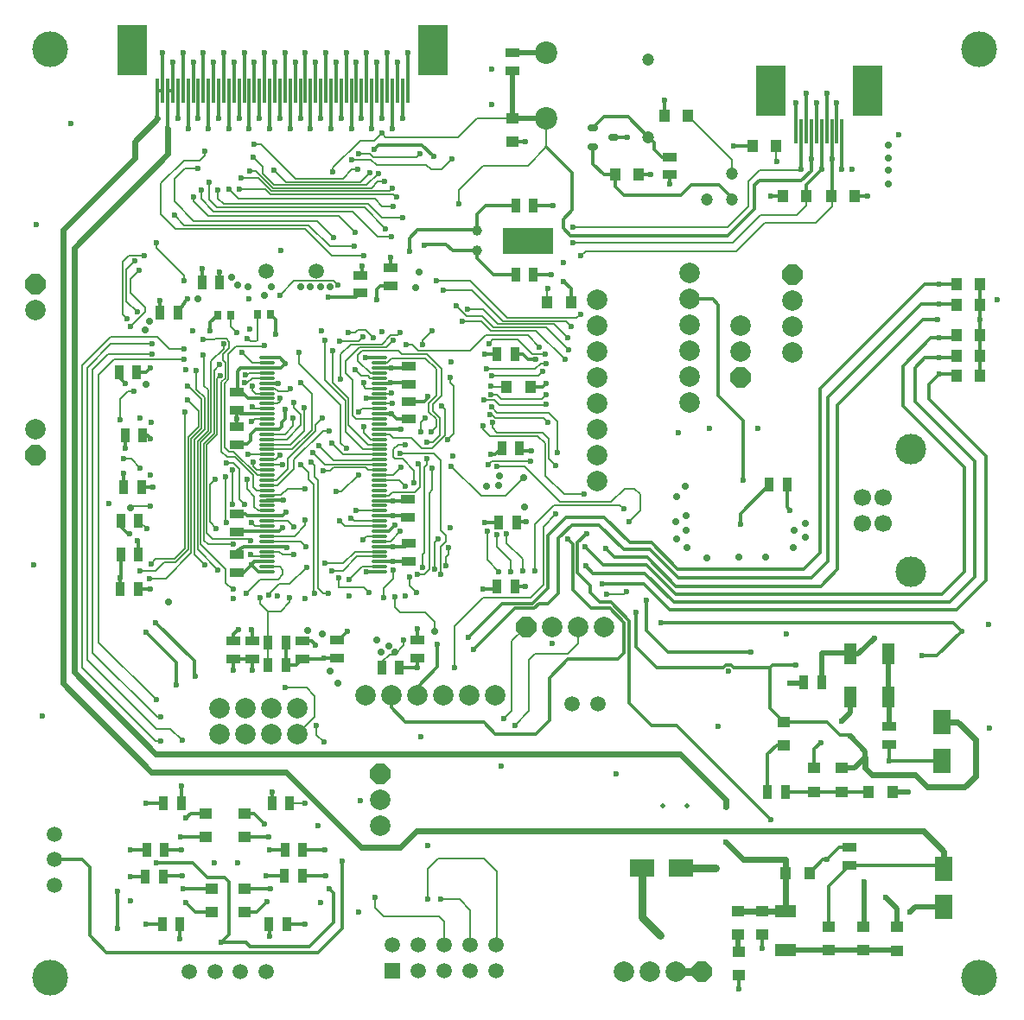
<source format=gbl>
G04 Layer_Physical_Order=4*
G04 Layer_Color=16711680*
%FSLAX44Y44*%
%MOMM*%
G71*
G01*
G75*
%ADD10R,1.0000X1.3000*%
%ADD15R,1.3000X1.0000*%
%ADD20R,0.3000X4.0000*%
%ADD21R,0.3000X5.0000*%
%ADD22R,3.0000X5.0000*%
%ADD23R,1.4000X0.8500*%
%ADD24R,0.8500X1.4000*%
%ADD25R,1.7500X2.4000*%
G04:AMPARAMS|DCode=34|XSize=0.65mm|YSize=1mm|CornerRadius=0.1625mm|HoleSize=0mm|Usage=FLASHONLY|Rotation=90.000|XOffset=0mm|YOffset=0mm|HoleType=Round|Shape=RoundedRectangle|*
%AMROUNDEDRECTD34*
21,1,0.6500,0.6750,0,0,90.0*
21,1,0.3250,1.0000,0,0,90.0*
1,1,0.3250,0.3375,0.1625*
1,1,0.3250,0.3375,-0.1625*
1,1,0.3250,-0.3375,-0.1625*
1,1,0.3250,-0.3375,0.1625*
%
%ADD34ROUNDEDRECTD34*%
%ADD37C,0.2000*%
%ADD38C,0.3000*%
%ADD39C,0.1520*%
%ADD40C,0.6000*%
%ADD41C,0.5000*%
%ADD43C,0.8000*%
%ADD45C,0.3200*%
%ADD46C,0.7000*%
%ADD47P,2.1648X8X202.5*%
%ADD48C,2.0000*%
%ADD49P,2.1648X8X292.5*%
%ADD50C,1.0000*%
%ADD51C,0.1000*%
%ADD52C,3.0000*%
%ADD53C,1.7000*%
%ADD54C,2.2000*%
%ADD55C,1.5000*%
%ADD56C,1.2000*%
%ADD57R,1.5000X1.5000*%
%ADD58C,0.6000*%
%ADD59C,0.5000*%
%ADD60C,3.5000*%
%ADD61R,0.8000X0.9000*%
%ADD62R,5.0000X2.5000*%
%ADD63R,2.4000X1.7500*%
%ADD64R,1.2500X2.0000*%
%ADD65O,1.6000X0.3000*%
%ADD66R,2.0000X1.2500*%
D10*
X1238250Y1615500D02*
D03*
X1261250D02*
D03*
X1060250Y1462250D02*
D03*
X1037250D02*
D03*
X1103750Y1587250D02*
D03*
X1126750Y1587250D02*
D03*
X1352250Y982250D02*
D03*
X1375250D02*
D03*
X1271000Y902500D02*
D03*
X1294000D02*
D03*
X1461500Y1460000D02*
D03*
X1438500D02*
D03*
Y1480000D02*
D03*
X1461500D02*
D03*
Y1410000D02*
D03*
X1438500D02*
D03*
X1461500Y1390000D02*
D03*
X1438500D02*
D03*
X1461500Y1430000D02*
D03*
X1438500D02*
D03*
X1291000Y1566000D02*
D03*
X1268000D02*
D03*
X1315750D02*
D03*
X1338750D02*
D03*
X1020500Y1379250D02*
D03*
X997500D02*
D03*
X1175000Y1645500D02*
D03*
X1152000D02*
D03*
D15*
X1224500Y802500D02*
D03*
Y825500D02*
D03*
X1247482Y865500D02*
D03*
Y842500D02*
D03*
X1224250Y865250D02*
D03*
Y842250D02*
D03*
X702250Y938250D02*
D03*
Y961250D02*
D03*
X740250D02*
D03*
Y938250D02*
D03*
X741000Y887500D02*
D03*
Y864500D02*
D03*
X708500D02*
D03*
Y887500D02*
D03*
X1379750Y826750D02*
D03*
Y849750D02*
D03*
X1299000Y1005500D02*
D03*
Y982500D02*
D03*
X1347250Y850000D02*
D03*
Y827000D02*
D03*
X1002750Y1642750D02*
D03*
Y1619750D02*
D03*
X1269000Y1051000D02*
D03*
Y1028000D02*
D03*
X1325750Y1005500D02*
D03*
Y982500D02*
D03*
X1312750Y850250D02*
D03*
Y827250D02*
D03*
D20*
X675250Y1662250D02*
D03*
X670250Y1677250D02*
D03*
X655250Y1662250D02*
D03*
X695250D02*
D03*
X690250Y1677250D02*
D03*
X710250D02*
D03*
X715250Y1662250D02*
D03*
X730250Y1677250D02*
D03*
X735250Y1662250D02*
D03*
X755250D02*
D03*
X750250Y1677250D02*
D03*
X770250D02*
D03*
X790250D02*
D03*
X775250Y1662250D02*
D03*
X795250D02*
D03*
X815250D02*
D03*
X810250Y1677250D02*
D03*
X830250D02*
D03*
X835250Y1662250D02*
D03*
X850250Y1677250D02*
D03*
X855250Y1662250D02*
D03*
X870250Y1677250D02*
D03*
X875250Y1662250D02*
D03*
X890250Y1677250D02*
D03*
X895250Y1662250D02*
D03*
X1296000Y1622500D02*
D03*
X1301000Y1637500D02*
D03*
X1316000Y1622500D02*
D03*
X1321000Y1637500D02*
D03*
X1281000D02*
D03*
D21*
X900250Y1682250D02*
D03*
X885250Y1657250D02*
D03*
X880250Y1682250D02*
D03*
X865250Y1657250D02*
D03*
X860250Y1682250D02*
D03*
X845250Y1657250D02*
D03*
X840250Y1682250D02*
D03*
X825250Y1657250D02*
D03*
X820250Y1682250D02*
D03*
X800250D02*
D03*
X805250Y1657250D02*
D03*
X785250D02*
D03*
X780250Y1682250D02*
D03*
X745250Y1657250D02*
D03*
X765250D02*
D03*
X760250Y1682250D02*
D03*
X720250D02*
D03*
X660250D02*
D03*
X665250Y1657250D02*
D03*
X680250Y1682250D02*
D03*
X685250Y1657250D02*
D03*
X705250D02*
D03*
X725250D02*
D03*
X740250Y1682250D02*
D03*
X700250D02*
D03*
X1286000Y1617500D02*
D03*
X1291000Y1642500D02*
D03*
X1306000Y1617500D02*
D03*
X1311000Y1642500D02*
D03*
X1326000Y1617500D02*
D03*
D22*
X630250Y1709750D02*
D03*
X925250D02*
D03*
X1351000Y1670000D02*
D03*
X1256000D02*
D03*
D23*
X910000Y1113500D02*
D03*
Y1131000D02*
D03*
X1157500Y1587250D02*
D03*
Y1604750D02*
D03*
X1002750Y1707000D02*
D03*
X1002750Y1689500D02*
D03*
X1333000Y928000D02*
D03*
Y910500D02*
D03*
X1372250Y1029000D02*
D03*
Y1046500D02*
D03*
X831000Y1131250D02*
D03*
Y1113750D02*
D03*
X797500Y1130250D02*
D03*
Y1112750D02*
D03*
X748250Y1130250D02*
D03*
Y1112750D02*
D03*
X730000D02*
D03*
Y1130250D02*
D03*
X854000Y1471250D02*
D03*
X854000Y1488750D02*
D03*
X883500Y1495750D02*
D03*
Y1478250D02*
D03*
X901221Y1208431D02*
D03*
X901221Y1225931D02*
D03*
X901191Y1347750D02*
D03*
X901191Y1365250D02*
D03*
X901309Y1382181D02*
D03*
X901309Y1399681D02*
D03*
X732971Y1215181D02*
D03*
X732971Y1197681D02*
D03*
X733221Y1356431D02*
D03*
X733221Y1373931D02*
D03*
X733000Y1340000D02*
D03*
X733000Y1322500D02*
D03*
X900721Y1268931D02*
D03*
X900721Y1251431D02*
D03*
X732971Y1237431D02*
D03*
Y1254931D02*
D03*
D24*
X785000Y971250D02*
D03*
X767500D02*
D03*
X660000Y852500D02*
D03*
X677500D02*
D03*
X661000Y899285D02*
D03*
X643500D02*
D03*
X662250Y925500D02*
D03*
X644750D02*
D03*
X763500Y1128465D02*
D03*
X781000D02*
D03*
X763500Y1107000D02*
D03*
X781000D02*
D03*
X639750Y1281500D02*
D03*
X622250Y1281500D02*
D03*
X797500Y925500D02*
D03*
X780000D02*
D03*
X797250Y900250D02*
D03*
X779750D02*
D03*
X764750Y852500D02*
D03*
X782250D02*
D03*
X1270250Y982500D02*
D03*
X1252750D02*
D03*
X1306250Y1089750D02*
D03*
X1288750D02*
D03*
X1023750Y1557000D02*
D03*
X1006250D02*
D03*
X1023750Y1489000D02*
D03*
X1006250D02*
D03*
X987750Y1411500D02*
D03*
X1005250D02*
D03*
X992750Y1319250D02*
D03*
X1010250D02*
D03*
X989500Y1246250D02*
D03*
X1007000D02*
D03*
X988250Y1183750D02*
D03*
X1005750D02*
D03*
X619000Y1181500D02*
D03*
X636500D02*
D03*
X636750Y1214750D02*
D03*
X619250D02*
D03*
X641000Y1331500D02*
D03*
X623500D02*
D03*
X635000Y1394000D02*
D03*
X617500Y1394000D02*
D03*
X675500Y1452250D02*
D03*
X658000D02*
D03*
X716250Y1481750D02*
D03*
X698750D02*
D03*
X1254750Y1283250D02*
D03*
X1272250D02*
D03*
X892500Y1104250D02*
D03*
X875000D02*
D03*
X619250Y1248250D02*
D03*
X636750D02*
D03*
X661250Y971000D02*
D03*
X678750D02*
D03*
D25*
X1424000Y1013000D02*
D03*
Y1051000D02*
D03*
X1426000Y869250D02*
D03*
Y907250D02*
D03*
D34*
X1082000Y1614250D02*
D03*
Y1633250D02*
D03*
X1102000Y1623750D02*
D03*
D37*
X1261250Y1600750D02*
Y1615500D01*
Y1600750D02*
X1261750Y1600250D01*
X909239Y1604739D02*
X912500Y1608000D01*
X866989Y1604739D02*
X909239D01*
X863478Y1608250D02*
X866989Y1604739D01*
X852500Y1608250D02*
X863478D01*
X845250Y1602250D02*
X864500D01*
X933500Y1592250D02*
X943750Y1602500D01*
X923250Y1592250D02*
X933500D01*
X918500Y1597000D02*
X923250Y1592250D01*
X869750Y1597000D02*
X918500D01*
X864500Y1602250D02*
X869750Y1597000D01*
X1108250Y1263250D02*
X1112000Y1259500D01*
X1043750Y1263250D02*
X1108250D01*
X763500Y1107000D02*
X763500Y1107000D01*
X763500Y1107000D02*
Y1128465D01*
X763750Y1128716D01*
Y1159500D01*
X785000Y1168500D02*
Y1172500D01*
X776000Y1159500D02*
X785000Y1168500D01*
X763750Y1159500D02*
X776000D01*
X756250Y1167000D02*
X763750Y1159500D01*
X756250Y1167000D02*
Y1172750D01*
X811250Y1038250D02*
X818250Y1031250D01*
X811250Y1038250D02*
Y1047250D01*
X801500Y1084500D02*
X809500Y1076500D01*
Y1055700D02*
Y1076500D01*
X792620Y1038820D02*
X809500Y1055700D01*
X780750Y1084500D02*
X801500D01*
X899250Y1420500D02*
X904500D01*
X910470Y1414530D02*
X961530D01*
X904500Y1420500D02*
X910470Y1414530D01*
X961530D02*
X977000Y1430000D01*
X1018250D01*
X1029750Y1418500D01*
D38*
X1224500Y788750D02*
Y802500D01*
X1247482Y828768D02*
X1247500Y828750D01*
X1247482Y828768D02*
Y842500D01*
X1220250Y1615500D02*
X1238250D01*
X1286250Y1581500D02*
X1296000Y1591250D01*
X1245000Y1581500D02*
X1286250D01*
X1291000Y1577500D02*
X1306000Y1592500D01*
X1291000Y1566000D02*
Y1577500D01*
X914250Y1616500D02*
X925750Y1605000D01*
X871750Y1616500D02*
X914250D01*
X867750Y1612500D02*
X871750Y1616500D01*
X880250Y1682250D02*
Y1707250D01*
X1039250Y1052500D02*
Y1094250D01*
X1026000Y1039250D02*
X1039250Y1052500D01*
X986562Y1039250D02*
X1026000D01*
X1057250Y1112250D02*
X1106230D01*
X1039250Y1094250D02*
X1057250Y1112250D01*
X974812Y1051000D02*
X986562Y1039250D01*
X898500Y1051000D02*
X974812D01*
X884650Y1064850D02*
X898500Y1051000D01*
X1134250Y1140750D02*
X1155270Y1119730D01*
X1236480D01*
X1236500Y1119750D01*
X1164750Y1201000D02*
X1288750D01*
X1139000Y1226750D02*
X1164750Y1201000D01*
X1118250Y1226750D02*
X1139000D01*
X1165250Y1192000D02*
X1296000D01*
X1137500Y1219750D02*
X1165250Y1192000D01*
X1112500Y1219750D02*
X1137500D01*
X1093250Y1251750D02*
X1118250Y1226750D01*
X1055750Y1251750D02*
X1093250D01*
X1088000Y1244250D02*
X1112500Y1219750D01*
X1061250Y1244250D02*
X1088000D01*
X1038000Y1234000D02*
X1055750Y1251750D01*
X1048000Y1231000D02*
X1061250Y1244250D01*
X1013250Y1316250D02*
X1021500D01*
X1010250Y1319250D02*
X1013250Y1316250D01*
X981750Y1313000D02*
X986500D01*
X992750Y1319250D01*
X1106230Y1112250D02*
X1112730Y1118750D01*
Y1148378D01*
X1098858Y1162250D02*
X1112730Y1148378D01*
X1080000Y1162250D02*
X1098858D01*
X1062000Y1180250D02*
X1080000Y1162250D01*
X1117250Y1069500D02*
Y1150250D01*
X1099250Y1168250D02*
X1117250Y1150250D01*
X1088500Y1168250D02*
X1099250D01*
X1079202Y1177548D02*
X1088500Y1168250D01*
X1066520Y1197230D02*
X1079202Y1184548D01*
Y1177548D02*
Y1184548D01*
X1117250Y1069500D02*
X1139500Y1047250D01*
X1048000Y1177250D02*
Y1231000D01*
X1037750Y1167000D02*
X1048000Y1177250D01*
X1029142Y1167000D02*
X1037750D01*
X1024622Y1162480D02*
X1029142Y1167000D01*
X1005480Y1162480D02*
X1024622D01*
X965000Y1122000D02*
X1005480Y1162480D01*
X1038000Y1182250D02*
Y1234000D01*
X1022750Y1167000D02*
X1038000Y1182250D01*
X993000Y1167000D02*
X1022750D01*
X960000Y1134000D02*
X993000Y1167000D01*
X985931Y1181431D02*
X988250Y1183750D01*
X974681Y1181431D02*
X985931D01*
X1015500Y1183750D02*
X1015750Y1183500D01*
X1005750Y1183750D02*
X1015500D01*
X1139500Y1047250D02*
X1164000D01*
X1066520Y1197230D02*
Y1226520D01*
X687750Y961250D02*
X702250D01*
X683250Y956750D02*
X687750Y961250D01*
X779000Y900000D02*
X779500Y900500D01*
X762000Y900000D02*
X779000D01*
X780000Y925500D02*
X780000Y925500D01*
X765250Y925500D02*
X780000D01*
X691500Y1095750D02*
Y1110750D01*
X674000Y1087250D02*
Y1109250D01*
X644500Y1138750D02*
X674000Y1109250D01*
X691500Y1095750D02*
X692000D01*
X653750Y1148500D02*
X691500Y1110750D01*
X740250Y961250D02*
X749750D01*
X760250Y950750D01*
X740250Y938250D02*
X764000D01*
X779500Y900500D02*
X779750Y900250D01*
X741000Y887500D02*
X741250Y887250D01*
X765750D01*
X741000Y864500D02*
X752250D01*
X762250Y874500D01*
X827500Y854000D02*
Y883000D01*
X804500Y831000D02*
X827500Y854000D01*
X767500Y982250D02*
X767500Y982250D01*
Y971250D02*
Y982250D01*
X692250Y864500D02*
X708500D01*
X683000Y873750D02*
X692250Y864500D01*
X708250Y887250D02*
X708500Y887500D01*
X680250Y887250D02*
X708250D01*
X677250Y838250D02*
X677500Y838500D01*
Y852500D01*
X660000Y852500D02*
X660000Y852500D01*
X644500Y852500D02*
X660000D01*
X629000Y899000D02*
X643215D01*
X643500Y899285D01*
X661000D02*
X661466Y899750D01*
X679500D01*
X628500Y925250D02*
X628750Y925500D01*
X644750D01*
X662250D02*
X678500D01*
X678250Y938250D02*
X701466D01*
X1075500Y1235500D02*
X1075750D01*
X1066520Y1226520D02*
X1075500Y1235500D01*
X1057500Y1230000D02*
X1062000Y1225500D01*
Y1180250D02*
Y1225500D01*
X1164000Y1047250D02*
X1256500Y954750D01*
X1438500Y1160500D02*
X1467250Y1189250D01*
X1157000Y1160500D02*
X1438500D01*
X1131500Y1186000D02*
X1157000Y1160500D01*
X1435000Y1148250D02*
X1443250Y1140000D01*
X1148750Y1148250D02*
X1435000D01*
X1431250Y1168250D02*
X1455750Y1192750D01*
X1161000Y1168250D02*
X1431250D01*
X1132500Y1196750D02*
X1161000Y1168250D01*
X1424000Y1176000D02*
X1445750Y1197750D01*
X1162750Y1176000D02*
X1424000D01*
X1134000Y1204750D02*
X1162750Y1176000D01*
X1123750Y1158500D02*
X1124000Y1158250D01*
Y1124750D02*
Y1158250D01*
Y1124750D02*
X1144250Y1104500D01*
X1209986D01*
X1212506Y1107020D01*
X1217494D01*
X1220014Y1104500D01*
X1255500D01*
X635500Y1228250D02*
X636750Y1227000D01*
Y1214750D02*
Y1227000D01*
X626000Y1235250D02*
X628000D01*
X619250Y1242000D02*
X626000Y1235250D01*
X619250Y1242000D02*
Y1248250D01*
X618750Y1192500D02*
X619250Y1193000D01*
Y1214750D01*
X739931Y1197681D02*
X747250Y1205000D01*
X732971Y1197681D02*
X739931D01*
X747250Y1205000D02*
X750181Y1207931D01*
X762471D01*
X747250Y1205000D02*
X754319Y1197931D01*
X762471D01*
X665250Y1669750D02*
X670250D01*
X655250D02*
X660250D01*
X1461500Y1445000D02*
Y1460000D01*
Y1430000D02*
Y1445000D01*
X859319Y1407931D02*
X872471D01*
X1311000Y915750D02*
X1323250Y928000D01*
X1333000D01*
X1307250Y915750D02*
X1311000D01*
X1294000Y902500D02*
X1307250Y915750D01*
X651000Y1281500D02*
X651069Y1281431D01*
X639750Y1281500D02*
X651000D01*
X646000Y1331500D02*
X648750Y1328750D01*
X641000Y1331500D02*
X646000D01*
X744221Y1367931D02*
X761721D01*
X738721Y1373431D02*
X744221Y1367931D01*
X777250Y1345000D02*
X780000Y1347750D01*
X777250Y1340500D02*
Y1345000D01*
X774681Y1337931D02*
X777250Y1340500D01*
X762471Y1337931D02*
X774681D01*
X762471Y1337931D02*
X762471Y1337931D01*
X751431Y1337931D02*
X762471D01*
X806250Y1130250D02*
X810250Y1126250D01*
X797500Y1130250D02*
X806250D01*
X817500Y1112750D02*
X818500Y1113750D01*
X797500Y1112750D02*
X817500D01*
X791750Y1107000D02*
X797500Y1112750D01*
X781000Y1107000D02*
X791750D01*
X781000D02*
Y1128465D01*
X747500Y1141750D02*
X748250Y1141000D01*
Y1130250D02*
Y1141000D01*
X892500Y1104250D02*
X910000D01*
X818500Y1113750D02*
X831000D01*
X833250Y1131250D02*
X841750Y1139750D01*
X831000Y1131250D02*
X833250D01*
X984500Y1489000D02*
X1006250D01*
X968000Y1505500D02*
X984500Y1489000D01*
X968000Y1505500D02*
Y1512500D01*
X850000Y1467250D02*
X854000Y1471250D01*
X822750Y1467250D02*
X850000D01*
X910050Y1077250D02*
Y1085050D01*
X929750Y1104750D01*
Y1127250D01*
X730000Y1136809D02*
X734971Y1141779D01*
X1299000Y1024250D02*
X1305250Y1030500D01*
X1299000Y1005500D02*
Y1024250D01*
X1255500Y1064500D02*
Y1104500D01*
Y1064500D02*
X1269000Y1051000D01*
X1422750Y910500D02*
X1426000Y907250D01*
X1333000Y910500D02*
X1422750D01*
X1312750Y890250D02*
X1333000Y910500D01*
X1002750Y1619750D02*
X1015750D01*
X782250Y852500D02*
X799750D01*
X644000Y971500D02*
X660750D01*
X797500Y925500D02*
X819750D01*
X975750Y1246500D02*
X989500Y1246250D01*
X854000Y1471250D02*
Y1471750D01*
X675500Y1452250D02*
X684750Y1466250D01*
X685000Y1466000D01*
X725000Y1131809D02*
X730000Y1130250D01*
X1436500Y1392000D02*
X1438500Y1390000D01*
X1421500Y1392000D02*
X1436500D01*
X1436500Y1408000D02*
X1438500Y1410000D01*
X1421750Y1408000D02*
X1436500D01*
X1435750Y1427250D02*
X1438500Y1430000D01*
X1421500Y1427250D02*
X1435750D01*
X1438000Y1460500D02*
X1438500Y1460000D01*
X1421500Y1460500D02*
X1438000D01*
X1421750Y1480000D02*
X1438500D01*
X1461500Y1390000D02*
Y1410000D01*
Y1430000D01*
Y1460000D02*
Y1480000D01*
X774431Y1237931D02*
X777500Y1241000D01*
X731721Y1237931D02*
X774431D01*
X762603Y1268062D02*
X778543D01*
X762471Y1267931D02*
X762603Y1268062D01*
X860069Y1367931D02*
X872471D01*
X741319Y1254931D02*
X743319Y1252931D01*
X732971Y1254931D02*
X741319D01*
X780500Y1223000D02*
X781750Y1221750D01*
X762540Y1223000D02*
X780500D01*
X762471Y1222931D02*
X762540Y1223000D01*
X739721Y1222931D02*
X762471D01*
X775319Y1407931D02*
X780750Y1402500D01*
X762471Y1407931D02*
X775319D01*
X776181Y1397931D02*
X780750Y1402500D01*
X736471Y1397931D02*
X776181D01*
X733000Y1322500D02*
X734250Y1323750D01*
X743500D01*
X746250Y1326500D01*
Y1332750D01*
X751431Y1337931D01*
X736721Y1352931D02*
X762471D01*
X734053Y1355598D02*
X736721Y1352931D01*
X733000Y1340000D02*
X733221Y1340221D01*
Y1347971D01*
Y1355346D02*
X733522Y1355437D01*
X732686Y1355184D02*
X733221Y1355346D01*
Y1356431D01*
Y1347971D02*
Y1355346D01*
X737774Y1356725D02*
X737776Y1356686D01*
Y1356685D02*
Y1356686D01*
X733221Y1356431D02*
X734053Y1355598D01*
X737774Y1356725D01*
X733522Y1355437D02*
X734053Y1355598D01*
X733471Y1394931D02*
X736471Y1397931D01*
X733471Y1374931D02*
Y1394931D01*
X737776Y1356685D02*
X737776Y1356685D01*
Y1356684D02*
Y1356685D01*
Y1356684D02*
X737776Y1356684D01*
Y1356684D02*
Y1356684D01*
X737774Y1356725D02*
Y1356725D01*
X732971Y1218181D02*
X739721Y1222931D01*
X872471Y1222931D02*
X872471Y1222931D01*
X872471Y1267931D02*
X900471D01*
X731721Y1237931D02*
X731721Y1237931D01*
X780000Y1347750D02*
Y1357500D01*
X872471Y1337931D02*
X872471Y1337931D01*
X893500D01*
X872471Y1397931D02*
X884181D01*
X884250Y1398000D01*
X872471Y1352931D02*
X884181D01*
X884250Y1353000D01*
X889500Y1347750D01*
X901191D01*
X872471Y1382931D02*
X883750D01*
X884000Y1383181D01*
X884250Y1398000D02*
X899628D01*
X901309Y1399681D01*
X901191Y1365250D02*
X916750D01*
X884000Y1383181D02*
X900309D01*
X901309Y1382181D01*
X872471Y1222931D02*
X886069D01*
X886500Y1222500D01*
X897790D01*
X901221Y1225931D01*
X886431Y1208431D02*
X901221D01*
X886000Y1208000D02*
X886431Y1208431D01*
X872471Y1207931D02*
X872540Y1208000D01*
X885931Y1207931D02*
X886000Y1208000D01*
X872471Y1207931D02*
X872471D01*
X885931D01*
X764535Y852285D02*
X764750Y852500D01*
X797250Y900250D02*
X820250D01*
X910000Y1131000D02*
Y1142250D01*
X909971Y1142279D02*
X910000Y1142250D01*
X1007000Y1246250D02*
X1007750Y1247000D01*
X1005250Y1181250D02*
X1005500Y1181000D01*
X910000Y1104250D02*
Y1113500D01*
X730000Y1130250D02*
Y1136809D01*
Y1101750D02*
Y1112750D01*
X618750Y1181750D02*
X619000Y1181500D01*
X636750Y1181250D02*
X648750D01*
X636500Y1181500D02*
X636750Y1181250D01*
X622250Y1281500D02*
X622250Y1281500D01*
X698750Y1481750D02*
Y1495000D01*
X854000Y1488750D02*
X855500Y1490250D01*
Y1497750D01*
X883750Y1496000D02*
Y1506500D01*
X883500Y1495750D02*
X883750Y1496000D01*
X873750Y1478250D02*
X883500D01*
X870250Y1474750D02*
X873750Y1478250D01*
X870250Y1465000D02*
Y1474750D01*
X869971Y1464721D02*
X870250Y1465000D01*
X1007750Y1247000D02*
X1017000D01*
X976000Y1411500D02*
X987750D01*
X657750Y1452000D02*
X658000Y1452250D01*
X1299000Y982500D02*
X1325750D01*
X1352000D01*
X1352250Y982250D01*
X1270250Y982500D02*
X1299000D01*
X1372250Y1012500D02*
Y1029000D01*
X1261750Y1028000D02*
X1269000D01*
X1253000Y1019250D02*
X1261750Y1028000D01*
X1253000Y982750D02*
Y1019250D01*
X1252750Y982500D02*
X1253000Y982750D01*
X1312750Y850250D02*
Y890250D01*
X968250Y1532750D02*
Y1548250D01*
X977000Y1557000D01*
X1006250D01*
X968000Y1512500D02*
X968250Y1512750D01*
X1023750Y1557000D02*
X1043000D01*
X1023750Y1489000D02*
X1041000D01*
X944250Y1512750D02*
X968250D01*
X938000Y1519000D02*
X944250Y1512750D01*
X918000Y1519000D02*
X938000D01*
X902000Y1512000D02*
Y1525000D01*
X1316000Y1566250D02*
Y1605000D01*
X1338750Y1566000D02*
X1351000D01*
X1256000D02*
X1268000D01*
X1333000Y1038000D02*
X1334000Y1037000D01*
X1269000Y1051000D02*
X1311000D01*
X1324000Y1038000D01*
X1333000D01*
X916750Y1365250D02*
X919750Y1368250D01*
Y1370250D01*
X780682Y1402568D02*
X780750Y1402500D01*
X780538Y1402568D02*
X780682D01*
X743319Y1252931D02*
X777931D01*
X781500Y1256500D01*
X872471Y1252931D02*
X900471D01*
X872471Y1237931D02*
X881681D01*
X887750Y1244000D01*
X968000Y1533000D02*
X968250Y1532750D01*
X902000Y1525000D02*
X910000Y1533000D01*
X968000D01*
X917000Y1518000D02*
X918000Y1519000D01*
X658000Y1452250D02*
Y1464250D01*
X764535Y852285D02*
X765000Y851820D01*
Y840750D02*
Y851820D01*
X554250Y916000D02*
X581750D01*
X589000Y908750D01*
Y841250D02*
Y908750D01*
Y841250D02*
X605500Y824750D01*
X812500D01*
X616500Y848250D02*
Y884750D01*
X812500Y824750D02*
X836500Y848750D01*
Y914250D01*
X654000Y913000D02*
X690000D01*
X704250Y898750D01*
X721000D01*
X725500Y894250D01*
X823250Y887250D02*
X827500Y883000D01*
X725500Y842500D02*
Y894250D01*
X717500Y834500D02*
X725500Y842500D01*
X717500Y834500D02*
X742500D01*
X746000Y831000D01*
X804500D01*
X884650Y1064850D02*
Y1077250D01*
X859721Y1197931D02*
X872471D01*
X762471Y1382931D02*
X774000D01*
X1407250Y1408000D02*
X1421750D01*
X1403500Y1460500D02*
X1421500D01*
X1406750Y1480000D02*
X1421750D01*
X1126750Y1587250D02*
X1138250D01*
X1136250Y1624250D02*
X1142000Y1618500D01*
Y1612500D02*
Y1618500D01*
Y1612500D02*
X1149750Y1604750D01*
X1157500D01*
Y1578500D02*
Y1587250D01*
X1296000Y1591250D02*
Y1605000D01*
X1052750Y1534750D02*
X1059750Y1527750D01*
X1052750Y1534750D02*
Y1543500D01*
X1061750Y1552500D01*
Y1589000D01*
X1036250Y1614500D02*
X1061750Y1589000D01*
X1103750Y1576000D02*
Y1587250D01*
Y1576000D02*
X1112250Y1567500D01*
X1168500D01*
X1178750Y1577750D01*
X1205750D01*
X1218500Y1565000D01*
Y1563250D02*
Y1565000D01*
X1152000Y1645500D02*
Y1659750D01*
X1151750Y1660000D02*
X1152000Y1659750D01*
X716250Y1481750D02*
Y1492000D01*
X707000Y1442500D02*
X714250Y1449750D01*
X707000Y1434500D02*
Y1442500D01*
X766000Y1450000D02*
X771000Y1445000D01*
Y1431000D02*
Y1445000D01*
X1397500Y1398250D02*
X1407250Y1408000D01*
X1411500Y1382000D02*
X1421500Y1392000D01*
X1075000Y1204000D02*
X1082250Y1196750D01*
X1074000Y1223000D02*
X1092250Y1204750D01*
X1413250Y1427250D02*
X1421500D01*
X1385750Y1399750D02*
X1413250Y1427250D01*
X1134250Y1140750D02*
Y1169750D01*
X1411500Y1367250D02*
Y1382000D01*
X1397500Y1364750D02*
Y1398250D01*
X1385750Y1360250D02*
Y1399750D01*
X1467250Y1189250D02*
Y1311500D01*
X1411500Y1367250D02*
X1467250Y1311500D01*
X1397500Y1364750D02*
X1455750Y1306500D01*
X1385750Y1360250D02*
X1445750Y1300250D01*
Y1197750D02*
Y1300250D01*
X1455750Y1192750D02*
Y1306500D01*
X1091000Y1186000D02*
X1131500D01*
X1082250Y1196750D02*
X1132500D01*
X1312500Y1369500D02*
X1403500Y1460500D01*
X1312500Y1208500D02*
Y1369500D01*
X1296000Y1192000D02*
X1312500Y1208500D01*
X1092250Y1204750D02*
X1134000D01*
X1304500Y1377750D02*
X1406750Y1480000D01*
X1288750Y1201000D02*
X1304500Y1216750D01*
Y1377750D01*
X619000Y1181500D02*
Y1192250D01*
X618750Y1192500D02*
X619000Y1192250D01*
X622250Y1281500D02*
Y1294250D01*
X622250Y1294250D02*
X622250Y1294250D01*
X623500Y1319500D02*
Y1331500D01*
X644500Y1393750D02*
X648750Y1398000D01*
X635250Y1393750D02*
X644500D01*
X635000Y1394000D02*
X635250Y1393750D01*
X617500Y1389000D02*
Y1394000D01*
Y1389000D02*
X623500Y1383000D01*
X1059750Y1527750D02*
X1214264D01*
X1240500Y1553987D01*
Y1577000D01*
X1245000Y1581500D01*
X1060250Y1462250D02*
X1060500Y1462000D01*
X1229500Y1288250D02*
Y1346250D01*
X1204750Y1371000D02*
X1229500Y1346250D01*
X1204750Y1371000D02*
Y1460000D01*
X1199400Y1465350D02*
X1204750Y1460000D01*
X1176500Y1465350D02*
X1199400D01*
X1272250Y1261500D02*
Y1283250D01*
Y1261500D02*
X1275250Y1258500D01*
X1226500Y1255000D02*
X1254750Y1283250D01*
X1226500Y1244500D02*
Y1255000D01*
X730000Y1112750D02*
X748250D01*
Y1101500D02*
Y1112750D01*
X1423500Y1012500D02*
X1424000Y1013000D01*
X1372250Y1012500D02*
X1423500D01*
X993500Y1316250D02*
X993750Y1316500D01*
X993250D02*
X993500Y1316250D01*
X885250Y1632251D02*
X885250Y1632250D01*
X865250Y1632250D02*
X865250Y1632250D01*
X785250Y1632250D02*
X785250Y1632250D01*
X890250Y1694749D02*
X890250Y1694750D01*
X870250Y1694749D02*
X870250Y1694750D01*
X850250Y1694750D02*
X850250Y1694750D01*
X830250Y1694750D02*
X830250Y1694750D01*
X1005250Y1411500D02*
X1013250D01*
X1018750Y1406000D01*
X1026000D01*
X1060250Y1462250D02*
Y1475750D01*
X1053000Y1483000D02*
X1060250Y1475750D01*
X1020500Y1379250D02*
X1032500D01*
X1036000Y1382750D01*
X678750Y971000D02*
Y988500D01*
X1082000Y1597750D02*
Y1614250D01*
Y1597750D02*
X1092500Y1587250D01*
X1103750D01*
X1082000Y1633250D02*
X1093000Y1644250D01*
X1116250D01*
X1136250Y1624250D01*
X1102000Y1623750D02*
X1116000D01*
X1257750Y1106750D02*
X1280750D01*
X1255500Y1104500D02*
X1257750Y1106750D01*
X1404000Y1115750D02*
X1419000D01*
X1443250Y1140000D01*
D39*
X1285000Y1591500D02*
X1286000Y1592500D01*
X868000Y1621000D02*
X875000Y1628000D01*
X878750Y1624250D01*
X854000Y1621000D02*
X868000D01*
X827000Y1594000D02*
X854000Y1621000D01*
X1067450Y1127450D02*
Y1144250D01*
X1057500Y1117500D02*
X1067450Y1127450D01*
X1025250Y1117500D02*
X1057500D01*
X1019500Y1111750D02*
X1025250Y1117500D01*
X1019500Y1061500D02*
Y1111750D01*
X1005250Y1047250D02*
X1019500Y1061500D01*
X1002500Y1130100D02*
X1016650Y1144250D01*
X1002500Y1062000D02*
Y1130100D01*
X994290Y1053790D02*
X1002500Y1062000D01*
X1095000Y1176500D02*
X1112000D01*
X1114500Y1179000D01*
X1117500Y1247250D02*
X1128250Y1258000D01*
Y1274000D01*
X1122500Y1279750D02*
X1128250Y1274000D01*
X1113000Y1279750D02*
X1122500D01*
X1099780Y1266530D02*
X1113000Y1279750D01*
X1049720Y1266530D02*
X1099780D01*
X1015000Y1301250D02*
X1049720Y1266530D01*
X988000Y1301250D02*
X1015000D01*
X1025500Y1245000D02*
X1043750Y1263250D01*
X996250Y1272250D02*
X1014250Y1290250D01*
X972500Y1272250D02*
X996250D01*
X979000Y1303000D02*
X982530Y1306530D01*
X1020720D01*
X1020750Y1306500D01*
X1033551Y1242551D02*
X1045750Y1254750D01*
X1033551Y1185801D02*
Y1242551D01*
X1020500Y1172750D02*
X1033551Y1185801D01*
X974500Y1172750D02*
X1020500D01*
X946250Y1144500D02*
X974500Y1172750D01*
X799250Y971250D02*
X799500Y971500D01*
X785000Y971250D02*
X799250D01*
X654000Y1072500D02*
Y1072500D01*
X655000Y1055750D02*
X658500D01*
X592000Y1118750D02*
X655000Y1055750D01*
X974250Y1337750D02*
Y1341500D01*
Y1337750D02*
X980750Y1331250D01*
X1028000D02*
X1035250Y1324000D01*
X980750Y1331250D02*
X1028000D01*
X983250Y1339250D02*
X988000Y1334500D01*
X983250Y1339250D02*
Y1344750D01*
X982967Y1352500D02*
X986467Y1349000D01*
X981250Y1352500D02*
X982967D01*
X982548Y1359952D02*
Y1360066D01*
Y1359952D02*
X988250Y1354250D01*
X981750Y1372000D02*
X987500D01*
X975500Y1366750D02*
X975530Y1366720D01*
X985280D02*
X990144Y1361856D01*
X975530Y1366720D02*
X985280D01*
X982000Y1380250D02*
X983000Y1379250D01*
X1035856Y1361856D02*
X1036000Y1362000D01*
X990144Y1361856D02*
X1035856D01*
X1047000Y1315250D02*
Y1345750D01*
X1038500Y1354250D02*
X1047000Y1345750D01*
X1053750Y1274000D02*
X1073500D01*
X1035250Y1292500D02*
X1053750Y1274000D01*
X1035250Y1292500D02*
Y1324000D01*
X1001000Y1198500D02*
Y1209500D01*
X987500Y1223000D02*
X1001000Y1209500D01*
X987500Y1223000D02*
Y1234250D01*
X978250Y1210000D02*
X989750Y1198500D01*
X1013000Y1198750D02*
Y1210500D01*
X997250Y1226250D02*
X1013000Y1210500D01*
X997250Y1226250D02*
Y1235750D01*
X978250Y1210000D02*
Y1238000D01*
X629750Y1308750D02*
X638500Y1300000D01*
X622250Y1308750D02*
X629750D01*
X636750Y1248250D02*
X644750Y1240250D01*
X684471Y1366931D02*
X695629Y1355772D01*
Y1340145D02*
Y1355772D01*
X685511Y1330026D02*
X695629Y1340145D01*
X685901Y1380250D02*
X698669Y1367482D01*
Y1338886D02*
Y1367482D01*
X688551Y1328767D02*
X698669Y1338886D01*
X693471Y1376980D02*
X701709Y1368741D01*
Y1337626D02*
Y1368741D01*
X691591Y1327508D02*
X701709Y1337626D01*
X701250Y1379992D02*
X704749Y1376492D01*
Y1336367D02*
Y1376492D01*
X694631Y1326249D02*
X704749Y1336367D01*
X707789Y1335108D02*
Y1404289D01*
X697671Y1324990D02*
X707789Y1335108D01*
X700711Y1323730D02*
X710829Y1333849D01*
X713869Y1332590D02*
Y1387369D01*
X703751Y1322471D02*
X713869Y1332590D01*
X706791Y1283291D02*
X712000Y1288500D01*
X703751Y1235999D02*
Y1322471D01*
X700711Y1228789D02*
Y1323730D01*
X697671Y1225329D02*
Y1324990D01*
X694631Y1219869D02*
Y1326249D01*
X691591Y1215542D02*
Y1327508D01*
X688551Y1216801D02*
Y1328767D01*
X685511Y1219712D02*
Y1330026D01*
X682471Y1220971D02*
Y1354431D01*
X706791Y1246959D02*
Y1283291D01*
Y1246959D02*
X713000Y1240750D01*
X709500Y1230250D02*
X745500D01*
X703751Y1235999D02*
X709500Y1230250D01*
X704690Y1224810D02*
X729286D01*
X700711Y1228789D02*
X704690Y1224810D01*
X721971Y1187438D02*
Y1201029D01*
X697671Y1225329D02*
X721971Y1201029D01*
X694631Y1219869D02*
X714500Y1200000D01*
X713869Y1387369D02*
X716500Y1390000D01*
X710829Y1395579D02*
X716250Y1401000D01*
X710829Y1333849D02*
Y1395579D01*
X691510Y1215461D02*
X691591Y1215542D01*
X691510Y1215461D02*
Y1215461D01*
Y1215461D02*
X701721Y1205250D01*
X693471Y1376980D02*
Y1395181D01*
X663500Y1191750D02*
X688551Y1216801D01*
X673259Y1207460D02*
X685511Y1219712D01*
X672000Y1210500D02*
X682471Y1220971D01*
X647250Y1191750D02*
X663500D01*
X638000Y1199000D02*
X653040D01*
X661500Y1207460D01*
X673259D01*
X649000Y1205750D02*
X653750Y1210500D01*
X672000D01*
X630500Y1262500D02*
X648500D01*
X628750Y1260750D02*
X630500Y1262500D01*
X826000Y1508000D02*
X857500D01*
X800000Y1534000D02*
X826000Y1508000D01*
X673250Y1534000D02*
X800000D01*
X824250Y1517000D02*
X848250D01*
X762471Y1202931D02*
X775069D01*
X778250Y1199750D01*
Y1195500D02*
Y1199750D01*
X773250Y1190500D02*
X778250Y1195500D01*
X755750Y1190500D02*
X773250D01*
X742000Y1176750D02*
X755750Y1190500D01*
X773040Y1362931D02*
X775005Y1364896D01*
X762471Y1362931D02*
X773040D01*
X783250Y1375000D02*
X785750Y1377500D01*
X773250Y1375000D02*
X783250D01*
X770319Y1377931D02*
X773250Y1375000D01*
X762471Y1377931D02*
X770319D01*
X795250Y1383750D02*
X806750Y1372250D01*
X872953Y1421080D02*
X874863D01*
X883813Y1430030D02*
X888187D01*
X874863Y1421080D02*
X883813Y1430030D01*
X872913Y1421040D02*
X872953Y1421080D01*
X844540Y1421040D02*
X872913D01*
X853000Y1418000D02*
X874172D01*
X855770Y1414940D02*
X875412D01*
X879290Y1418040D02*
X886000Y1424750D01*
X874212Y1418040D02*
X879290D01*
X874172Y1418000D02*
X874212Y1418040D01*
X859500Y1435000D02*
X866750Y1427750D01*
X851750Y1435000D02*
X859500D01*
X849000Y1432250D02*
X851750Y1435000D01*
X842250Y1432250D02*
X849000D01*
X852750Y1424500D02*
X856750Y1428500D01*
X834000Y1424500D02*
X852750D01*
X840000Y1405000D02*
X853000Y1418000D01*
X851721Y1410891D02*
X855770Y1414940D01*
X875412D02*
X875472Y1415000D01*
X834750Y1411250D02*
X844540Y1421040D01*
X834750Y1386500D02*
Y1411250D01*
X942250Y1383514D02*
Y1389000D01*
Y1383514D02*
X945764Y1380000D01*
Y1333310D02*
Y1380000D01*
X939885Y1327431D02*
X945764Y1333310D01*
X857250Y1182500D02*
X862250Y1177500D01*
X834000Y1182500D02*
X857250D01*
X833250Y1183250D02*
X834000Y1182500D01*
X833250Y1183250D02*
Y1192500D01*
X906971Y1285681D02*
Y1297529D01*
X895782Y1308718D02*
X906971Y1297529D01*
X888035Y1308718D02*
X895782D01*
X743500Y1426750D02*
X746250Y1424000D01*
X751750D01*
X753000Y1425250D01*
X719250Y1405467D02*
Y1411451D01*
X725530Y1417731D01*
Y1423687D01*
X722437Y1426780D02*
X725530Y1423687D01*
X711780Y1426780D02*
X722437D01*
X711000Y1426000D02*
X711780Y1426780D01*
X759040Y1419000D02*
X759971Y1419931D01*
X732299Y1419000D02*
X759040D01*
X724820Y1411521D02*
X732299Y1419000D01*
X724820Y1386554D02*
Y1411521D01*
X880431Y1402931D02*
X884625Y1407125D01*
X872471Y1402931D02*
X880431D01*
X758000Y1588750D02*
Y1595250D01*
X749000Y1604250D02*
X758000Y1595250D01*
X702000Y1606500D02*
Y1610500D01*
X697000Y1601500D02*
X702000Y1606500D01*
X888000Y1163500D02*
Y1173500D01*
Y1163500D02*
X893250Y1158250D01*
X917250D01*
X926500Y1149000D01*
Y1139750D02*
Y1149000D01*
X887750Y1117250D02*
X896750Y1126250D01*
X882500Y1117250D02*
X887750D01*
X875000Y1109750D02*
X882500Y1117250D01*
X875000Y1104250D02*
Y1109750D01*
X943250Y1301500D02*
X972500Y1272250D01*
X1025500Y1198750D02*
Y1245000D01*
X890760Y1430010D02*
X893250Y1432500D01*
X891362Y1415000D02*
X895112Y1411250D01*
X875472Y1415000D02*
X891362D01*
X895112Y1411250D02*
X919500D01*
X643500Y1452750D02*
Y1457500D01*
X629000Y1438250D02*
X643500Y1452750D01*
X886500Y1191750D02*
Y1199750D01*
X877048Y1182298D02*
X886500Y1191750D01*
X927045Y1200309D02*
Y1226940D01*
X932441Y1201744D02*
Y1222441D01*
Y1201744D02*
X932471Y1201714D01*
Y1196181D02*
Y1201714D01*
X937721Y1203931D02*
Y1212181D01*
X909971Y1195931D02*
X916889D01*
X902011Y1184489D02*
X909000Y1177500D01*
X900782Y1193242D02*
X902011D01*
Y1184489D02*
Y1193242D01*
X927013Y1226973D02*
X927045Y1226940D01*
X915000Y1202500D02*
Y1214750D01*
X917032Y1216783D01*
Y1300782D01*
X916889Y1195931D02*
X921772Y1200814D01*
X917032Y1300782D02*
X918971Y1302721D01*
X940750Y1215210D02*
Y1221500D01*
X937721Y1212181D02*
X940750Y1215210D01*
X932441Y1222441D02*
X937750Y1227750D01*
Y1233901D01*
X846000Y1592250D02*
X851250D01*
X968250Y1642750D02*
X1002750D01*
X946250Y1104500D02*
Y1144500D01*
X921721Y1275431D02*
X924512Y1278223D01*
X918971Y1302721D02*
Y1308681D01*
X762471Y1232931D02*
X789681D01*
X782569Y1247931D02*
X788750Y1241750D01*
X762471Y1247931D02*
X782569D01*
X762853Y1273312D02*
X776562D01*
X762471Y1272931D02*
X762853Y1273312D01*
X776562D02*
X783000Y1279750D01*
X800000D01*
X701250Y1379992D02*
Y1409750D01*
X700250Y1410750D02*
X701250Y1409750D01*
X738000Y1412901D02*
X747971Y1402931D01*
X685000Y1380250D02*
X685901D01*
X777500Y1215250D02*
X788500D01*
X774819Y1217931D02*
X777500Y1215250D01*
X762471Y1217931D02*
X774819D01*
X795319Y1227931D02*
X801000Y1222250D01*
X762471Y1227931D02*
X795319D01*
X795250Y1303250D02*
X803250Y1295250D01*
X817984Y1177250D02*
X823000D01*
X819319Y1303431D02*
X871971D01*
X807750Y1315000D02*
X819319Y1303431D01*
X750221Y1261750D02*
X754040Y1257931D01*
X762471D01*
X827819Y1307431D02*
X871971D01*
X813750Y1321500D02*
X827819Y1307431D01*
X788998Y1308078D02*
X817420Y1336500D01*
X823750D01*
X762471Y1332931D02*
X780256D01*
X749221Y1212931D02*
X762471D01*
X746721Y1215431D02*
X749221Y1212931D01*
X834000Y1248395D02*
X834044D01*
X845000Y1250940D02*
Y1251000D01*
Y1250940D02*
X848009Y1247931D01*
X762471Y1302931D02*
X777431D01*
X772971Y1282931D02*
X788998Y1298958D01*
X762471Y1282931D02*
X772971D01*
X834819Y1324332D02*
Y1361931D01*
X872471Y1227931D02*
X883681D01*
X850250Y1258500D02*
X850819Y1257931D01*
X872471D01*
X900782Y1193242D02*
X901000Y1193024D01*
X863819Y1392931D02*
X872471D01*
X851721Y1405029D02*
X863819Y1392931D01*
X851721Y1405029D02*
Y1410891D01*
X848909Y1217931D02*
X872471D01*
X850984Y1212931D02*
X872471D01*
X747721Y1345181D02*
X750471Y1347931D01*
X882181Y1272931D02*
X885181Y1275931D01*
X872471Y1272931D02*
X882181D01*
X872471Y1332931D02*
X882569D01*
X750471Y1347931D02*
X762471D01*
X854760Y1389931D02*
X861470D01*
X915221Y1421181D02*
Y1425181D01*
X872471Y1362931D02*
X885250Y1363000D01*
X924512Y1278223D02*
Y1299997D01*
X932971Y1238681D02*
Y1306931D01*
X927013Y1226973D02*
X929971Y1229931D01*
X932471Y1196181D02*
X933221Y1195431D01*
X872221Y1242681D02*
X872471Y1242931D01*
X872157Y1258245D02*
X872471Y1257931D01*
X741754Y1390752D02*
X742792D01*
X744970Y1392931D01*
X915221Y1425181D02*
X923971Y1433931D01*
X872471Y1372931D02*
X872901Y1373361D01*
X861470Y1389931D02*
X863471Y1387931D01*
X872471D01*
X872471Y1292930D02*
X886470D01*
X747471Y1246181D02*
X750721Y1242931D01*
X744970Y1392931D02*
X762471D01*
X743221Y1383181D02*
X747971Y1387931D01*
X748471Y1375681D02*
Y1379931D01*
X747971Y1387931D02*
X762471D01*
X747971Y1402931D02*
X762471D01*
X872471Y1372931D02*
X872471Y1372931D01*
X872471Y1287931D02*
X892221D01*
X897971Y1282181D01*
X762471Y1322931D02*
X785721D01*
X762471Y1302931D02*
X762721Y1303181D01*
X762471Y1362931D02*
X762721Y1363181D01*
X871971Y1307431D02*
X872471Y1307931D01*
X871971Y1303431D02*
X872471Y1302931D01*
X750721Y1242931D02*
X762471D01*
X751221Y1372931D02*
X762471D01*
X748471Y1375681D02*
X751221Y1372931D01*
X749971Y1357931D02*
X762471D01*
X748221Y1359681D02*
X749971Y1357931D01*
X872221Y1313181D02*
X872471Y1312931D01*
Y1312931D02*
Y1312931D01*
X740721Y1383181D02*
X743221D01*
X806750Y1337203D02*
Y1372250D01*
X762471Y1327931D02*
X781750D01*
X788250Y1340925D02*
Y1349000D01*
X780256Y1332931D02*
X788250Y1340925D01*
X799000Y1336210D02*
Y1359250D01*
X788500D02*
Y1364250D01*
Y1359250D02*
X795500Y1352250D01*
Y1341681D02*
Y1352250D01*
X861963Y1322931D02*
X872471D01*
Y1372931D02*
X879319D01*
X890931Y1322681D02*
X897721D01*
X886250Y1318000D02*
X890931Y1322681D01*
X886250Y1310503D02*
Y1318000D01*
X840000Y1392901D02*
X846500Y1386401D01*
X849819Y1347931D02*
X872471D01*
X846500Y1351250D02*
X849819Y1347931D01*
X846500Y1351250D02*
Y1386401D01*
X856181Y1357931D02*
X872471D01*
X852750Y1354500D02*
X856181Y1357931D01*
X848750Y1395941D02*
X854760Y1389931D01*
X925903Y1313998D02*
X932971Y1306931D01*
X857250Y1379750D02*
Y1383250D01*
Y1379750D02*
X859000Y1378000D01*
X872402D01*
X872471Y1377931D01*
X882569Y1332931D02*
X886500Y1329000D01*
X904401D01*
X913471Y1335431D02*
Y1344471D01*
X918000Y1349000D01*
X904401Y1329000D02*
X914401Y1319000D01*
X924029D01*
X919500Y1411250D02*
X933721Y1397029D01*
X840000Y1392901D02*
Y1405000D01*
X868350Y869050D02*
Y878800D01*
Y869050D02*
X877100Y860300D01*
X931100D01*
X936350Y855050D01*
Y832850D02*
Y855050D01*
Y832850D02*
X936500Y832700D01*
X932750Y876900D02*
X951250D01*
X961850Y866300D01*
Y832750D02*
Y866300D01*
Y832750D02*
X961900Y832700D01*
X920050Y877100D02*
Y906500D01*
X930350Y916800D01*
X975350D01*
X987600Y904550D01*
Y833000D02*
Y904550D01*
X987300Y832700D02*
X987600Y833000D01*
X878621Y1534371D02*
X878750Y1534500D01*
X758000Y1588750D02*
X769500Y1577250D01*
X706000Y1562750D02*
Y1580250D01*
X877048Y1173058D02*
Y1182298D01*
X1005250Y1411500D02*
X1006500Y1412750D01*
X658500Y1548750D02*
Y1578750D01*
X720250Y1416750D02*
Y1421500D01*
X658500Y1578750D02*
X681250Y1601500D01*
X697000D01*
X672000Y1561000D02*
Y1583000D01*
X682500Y1593500D01*
X695000D01*
X681500Y1483500D02*
Y1488500D01*
X654000Y1516000D02*
X681500Y1488500D01*
X654000Y1516000D02*
Y1521000D01*
X700000Y1426000D02*
X711000D01*
X690500Y1561250D02*
Y1565750D01*
X625000Y1463250D02*
X635500Y1452750D01*
X827000Y1590000D02*
Y1594000D01*
X826250Y1324000D02*
X837319Y1312931D01*
X872471D01*
X819250Y1386123D02*
X839451Y1365923D01*
Y1335238D02*
Y1365923D01*
Y1335238D02*
X856758Y1317931D01*
X819250Y1386123D02*
Y1425000D01*
X834819Y1324332D02*
X840250Y1318901D01*
X830256Y1276500D02*
X835762D01*
X886470Y1292930D02*
X893853Y1300314D01*
X885181Y1275931D02*
X907431D01*
X921000Y1363500D02*
X928250Y1370750D01*
X921000Y1355000D02*
Y1363500D01*
Y1355000D02*
X928250Y1347750D01*
Y1340250D02*
Y1347750D01*
X923250Y1335250D02*
X928250Y1340250D01*
X919000Y1325500D02*
X925000D01*
X931750Y1332250D01*
X857500Y1334250D02*
Y1340000D01*
X863819Y1327931D02*
X872471D01*
X857500Y1334250D02*
X863819Y1327931D01*
X856758Y1317931D02*
X872471D01*
X794250Y1402500D02*
Y1413181D01*
Y1402500D02*
X834819Y1361931D01*
X749000Y1281500D02*
X752569Y1277931D01*
X762471D01*
X723000Y1304750D02*
X729529D01*
X735750Y1298529D01*
X728500Y1264000D02*
Y1297750D01*
X721750Y1247250D02*
Y1291000D01*
Y1247250D02*
X722750Y1246250D01*
X745500Y1230250D02*
X746750Y1229000D01*
X735750Y1269250D02*
Y1298529D01*
Y1269250D02*
X740500Y1264500D01*
X800250Y1243500D02*
Y1249250D01*
X789681Y1232931D02*
X800250Y1243500D01*
X750221Y1261750D02*
Y1272029D01*
X803250Y1288507D02*
X808250Y1283507D01*
X803250Y1288507D02*
Y1295250D01*
X785000Y1186000D02*
X801500Y1202500D01*
X774500Y1186000D02*
X785000D01*
X764471Y1175971D02*
X774500Y1186000D01*
X764471Y1175431D02*
Y1175971D01*
X813000Y1182234D02*
Y1287500D01*
Y1182234D02*
X817984Y1177250D01*
X856221Y1229181D02*
X859971Y1232931D01*
X872471D01*
X834044Y1248395D02*
X839258Y1243181D01*
X872221D02*
X872471Y1242931D01*
X848009Y1247931D02*
X872471D01*
X839258Y1243181D02*
X872221D01*
X883681Y1227931D02*
X893250Y1237500D01*
X932971Y1238681D02*
X937750Y1233901D01*
X725250Y1573000D02*
X734500Y1563750D01*
X837125Y1583375D02*
X846000Y1592250D01*
X698000Y1563750D02*
Y1572500D01*
X870750Y1527000D02*
X884750D01*
X658500Y1548750D02*
X673250Y1534000D01*
X889750Y1565000D02*
X890000Y1565250D01*
X875250Y1556500D02*
X886250D01*
X757000Y1617000D02*
X790625Y1583375D01*
X837125D01*
X621000Y1502250D02*
X627000Y1508250D01*
X642750D01*
X734500Y1563750D02*
X740229D01*
X740249Y1563730D01*
X749478D01*
X749498Y1563710D01*
X760227D01*
X760247Y1563690D01*
X765976D01*
X765996Y1563670D01*
X774225D01*
X786775D02*
X868080D01*
X875250Y1556500D01*
X854335Y1580335D02*
X863000Y1589000D01*
X775005Y1364896D02*
Y1368251D01*
X921721Y1205605D02*
Y1275431D01*
X826750Y1415000D02*
X827000Y1414750D01*
Y1383500D02*
Y1414750D01*
Y1383500D02*
X842491Y1368009D01*
Y1342403D02*
Y1368009D01*
Y1342403D02*
X861963Y1322931D01*
X621000Y1450500D02*
X625500Y1446000D01*
X629000Y1472000D02*
X643500Y1457500D01*
X666750Y1416500D02*
X681000D01*
X655250Y1428000D02*
X666750Y1416500D01*
X680901Y1406151D02*
X681250Y1406500D01*
X653500Y1032500D02*
X658500D01*
X654000Y1044000D02*
X668000D01*
X679250Y1032750D01*
X878750Y1624250D02*
X949750D01*
X968250Y1642750D01*
X1018000Y1596250D02*
X1036250Y1614500D01*
X974000Y1596250D02*
X1018000D01*
X950250Y1572500D02*
X974000Y1596250D01*
X950250Y1559000D02*
Y1572500D01*
X1036250Y1614500D02*
Y1642250D01*
X954250Y1443750D02*
X972500D01*
X948250Y1458500D02*
X958000Y1448750D01*
X973250D01*
X984250Y1437750D01*
X959000Y1455500D02*
X974250D01*
X988960Y1440790D01*
X1043710D01*
X935750Y1473750D02*
X963500D01*
X993420Y1443830D01*
X928500Y1483500D02*
X961500D01*
X998130Y1446870D01*
X888187Y1430030D02*
X888207Y1430010D01*
X890760D01*
X924029Y1319000D02*
X934605Y1329575D01*
Y1329618D01*
X893261Y1313998D02*
X925903D01*
X886250Y1310503D02*
X888035Y1308718D01*
X912251Y1280751D02*
Y1302401D01*
X907431Y1275931D02*
X912251Y1280751D01*
X910971Y1303681D02*
X912251Y1302401D01*
X835762Y1276500D02*
X852009Y1292747D01*
X855711Y1203211D02*
X872191D01*
X872471Y1202931D01*
X819750Y1206250D02*
X837228D01*
X848909Y1217931D01*
X842750Y1190250D02*
X855711Y1203211D01*
X826500Y1199000D02*
X837054D01*
X850984Y1212931D01*
X762471Y1377931D02*
X762751Y1377651D01*
X750250Y1617000D02*
X757000D01*
X786755Y1563650D02*
X786775Y1563670D01*
X774225D02*
X774245Y1563650D01*
X786755D01*
X769500Y1577250D02*
X860250D01*
X871500Y1588500D01*
X745750Y1591000D02*
X751451D01*
X768241Y1574210D01*
X864677D01*
X871217Y1580750D01*
X877750D01*
X737500Y1584250D02*
X753902D01*
X766982Y1571170D01*
X882920D01*
X885500Y1573750D01*
X735250Y1573000D02*
X760852D01*
X765722Y1568130D01*
X886620D01*
X889750Y1565000D01*
X1175000Y1645500D02*
X1218500Y1602000D01*
Y1588250D02*
Y1602000D01*
X931750Y1332250D02*
Y1349000D01*
X933721Y1370471D02*
Y1397029D01*
X925500Y1355250D02*
X931750Y1349000D01*
X925500Y1355250D02*
Y1362250D01*
X933721Y1370471D01*
X934605Y1329618D02*
X937013Y1332026D01*
Y1357237D01*
X933250Y1361000D02*
X937013Y1357237D01*
X808250Y1177750D02*
Y1283507D01*
Y1177750D02*
X809000Y1177000D01*
X721971Y1187438D02*
X728478Y1180931D01*
X729721D01*
X921721Y1205605D02*
X921772Y1205554D01*
Y1200814D02*
Y1205554D01*
X809500Y1291000D02*
X813000Y1287500D01*
X806000Y1306000D02*
X809500Y1302500D01*
Y1291000D02*
Y1302500D01*
X781750Y1327931D02*
X795500Y1341681D01*
X785721Y1322931D02*
X799000Y1336210D01*
X787478Y1317931D02*
X806750Y1337203D01*
X719250Y1405467D02*
X721780Y1402937D01*
Y1387813D02*
Y1402937D01*
X707789Y1404289D02*
X720250Y1416750D01*
X721051Y1382784D02*
X724820Y1386554D01*
X718011Y1384044D02*
X721780Y1387813D01*
X721051Y1319975D02*
Y1382784D01*
X718011Y1315989D02*
Y1384044D01*
Y1315989D02*
X723541Y1310459D01*
X744319Y1312931D02*
X762471D01*
X744250Y1313000D02*
X744319Y1312931D01*
X721051Y1319975D02*
X725055Y1315970D01*
X730030D01*
X723541Y1310459D02*
X731242D01*
X730030Y1315970D02*
X753069Y1292931D01*
X762471D01*
X731242Y1310459D02*
X749000Y1292701D01*
Y1281500D02*
Y1292701D01*
X742750Y1279500D02*
X750221Y1272029D01*
X742750Y1279500D02*
Y1289000D01*
X809790Y1341790D02*
X817000Y1349000D01*
X809790Y1335943D02*
Y1341790D01*
X762471Y1317931D02*
X787478D01*
X775505Y1312079D02*
Y1312248D01*
X777431Y1302931D02*
X777750Y1303250D01*
X762471Y1287931D02*
X772181D01*
X783250Y1299000D01*
Y1309404D01*
X809790Y1335943D01*
X788998Y1298958D02*
Y1308078D01*
X629000Y1472000D02*
Y1484750D01*
X637500Y1493250D01*
X621000Y1450500D02*
Y1502250D01*
X625000Y1463250D02*
Y1494750D01*
X928250Y1370750D02*
Y1396750D01*
X884625Y1407125D02*
X917875D01*
X928250Y1396750D01*
X727250Y1438500D02*
Y1449750D01*
Y1438500D02*
X732750Y1433000D01*
X753000Y1425250D02*
Y1450000D01*
X607181Y1411431D02*
X650069D01*
X609750Y1421500D02*
X650000D01*
X609000Y1428000D02*
X655250D01*
X636750Y1246250D02*
Y1248250D01*
X619000Y1347000D02*
Y1367250D01*
X626500Y1374750D01*
X597500Y1129000D02*
X654000Y1072500D01*
X597500Y1129000D02*
Y1391000D01*
X612651Y1406151D01*
X680901D01*
X592000Y1118750D02*
Y1396250D01*
X607181Y1411431D01*
X586500Y1111500D02*
X654000Y1044000D01*
X586500Y1111500D02*
Y1398250D01*
X609750Y1421500D01*
X581500Y1104500D02*
X653500Y1032500D01*
X581500Y1104500D02*
Y1400500D01*
X609000Y1428000D01*
X1070250Y1507750D02*
X1075000Y1512500D01*
X1291000Y1557000D02*
Y1566000D01*
X1062500Y1535750D02*
X1213500D01*
X1234000Y1556250D01*
Y1580500D01*
X1245000Y1591500D01*
X1285000D01*
X1281938Y1547937D02*
X1291000Y1557000D01*
X1062500Y1520750D02*
X1219250D01*
X1238813Y1540313D01*
X1246438Y1547937D01*
X1281938D01*
X1075000Y1512500D02*
X1222750D01*
X1316000Y1556000D02*
Y1566250D01*
X1222750Y1512500D02*
X1250500Y1540250D01*
X1300250D01*
X1316000Y1556000D01*
X972500Y1443750D02*
X982000Y1434250D01*
X980000Y1422000D02*
X984000Y1426000D01*
X1008000D01*
X1022250Y1411750D01*
X872471Y1372931D02*
X884431D01*
X884500Y1373000D01*
X781165Y1580335D02*
X854335D01*
X769500Y1592000D02*
X781165Y1580335D01*
X752368Y1297931D02*
X762471D01*
X749000Y1301299D02*
X752368Y1297931D01*
X749000Y1301299D02*
Y1305250D01*
X817250Y1297250D02*
X824750D01*
X827891Y1300391D01*
X859000D01*
X861460Y1297931D01*
X872471D01*
X762471Y1307931D02*
X771357D01*
X775505Y1312079D01*
X896750Y1126250D02*
Y1131500D01*
X626500Y1374750D02*
X632000D01*
X774971Y1469029D02*
X789161Y1483220D01*
X827780D01*
X832000Y1479000D01*
X625000Y1494750D02*
X632750Y1502500D01*
X1039000Y1309000D02*
Y1328500D01*
Y1309000D02*
X1045750Y1302250D01*
X977500Y1397000D02*
X1025250D01*
X1030750Y1402500D01*
X982500Y1390500D02*
X1028750D01*
X1022250Y1411750D02*
X1035250D01*
X672000Y1547500D02*
X681500Y1538000D01*
X803250D01*
X824250Y1517000D01*
X672000Y1561000D02*
X691000Y1542000D01*
X811500D01*
X828000Y1525500D01*
X690500Y1561250D02*
X704750Y1547000D01*
X833000D01*
X849000Y1531000D01*
X698000Y1563750D02*
X710500Y1551250D01*
X846500D01*
X870750Y1527000D01*
X706000Y1562750D02*
X713750Y1555000D01*
X857993D01*
X878621Y1534371D01*
X714750Y1564000D02*
Y1572500D01*
Y1564000D02*
X720000Y1558750D01*
X861750D01*
X875500Y1545000D01*
X895250D01*
X1037250Y1462250D02*
Y1475250D01*
X1037500Y1475500D01*
X998130Y1446870D02*
X1066120D01*
X993420Y1443830D02*
X1055420D01*
X1061000Y1438250D01*
X1028750Y1390500D02*
X1032750Y1394500D01*
X1030750Y1402500D02*
X1036250D01*
X1043710Y1440790D02*
X1057250Y1427250D01*
X984250Y1437750D02*
X1036250D01*
X1058000Y1416000D01*
X982000Y1434250D02*
X1026250D01*
X1054500Y1406000D01*
X1066120Y1446870D02*
X1070000Y1450750D01*
X983000Y1379250D02*
X997500D01*
X1032250Y1367750D02*
X1036000Y1371500D01*
X987500Y1372000D02*
X991750Y1367750D01*
X1032250D01*
X988000Y1334500D02*
X1033000D01*
X1039000Y1328500D01*
X986467Y1349000D02*
X1033500D01*
X1037500Y1345000D01*
X988250Y1354250D02*
X1038500D01*
D40*
X1270500Y865500D02*
X1271000Y865000D01*
X1247482Y865500D02*
X1270500D01*
X1247232Y865250D02*
X1247482Y865500D01*
X1224250Y865250D02*
X1247232D01*
X893250Y928250D02*
X908750Y943750D01*
X855000Y928250D02*
X893250D01*
X781250Y1002000D02*
X855000Y928250D01*
X908750Y943750D02*
X1406000D01*
X649500Y1002000D02*
X781250D01*
X562750Y1088750D02*
X649500Y1002000D01*
X1229250Y915750D02*
X1271000D01*
X1212250Y932750D02*
X1229250Y915750D01*
X1212500Y967750D02*
Y974250D01*
X1167000Y1019750D02*
X1212500Y974250D01*
X1406000Y943750D02*
X1426000Y923750D01*
X1271000Y902500D02*
Y915750D01*
X653750Y1019750D02*
X1167000D01*
X573500Y1100000D02*
X653750Y1019750D01*
X573500Y1100000D02*
Y1516000D01*
X1426000Y907250D02*
Y923750D01*
X1397500Y999500D02*
X1409750Y987250D01*
X1355500Y999500D02*
X1397500D01*
X1348750Y1006250D02*
X1355500Y999500D01*
X1271000Y865000D02*
Y899500D01*
X632750Y1603750D02*
Y1619750D01*
X655250Y1642250D01*
X1409750Y987250D02*
X1446250D01*
X1456500Y997500D01*
Y1033750D01*
X1439250Y1051000D02*
X1456500Y1033750D01*
X1424000Y1051000D02*
X1439250D01*
X665250Y1607750D02*
Y1632250D01*
X573500Y1516000D02*
X665250Y1607750D01*
X562750Y1533750D02*
X632750Y1603750D01*
X562750Y1088750D02*
Y1533750D01*
X1348750Y1006250D02*
Y1015750D01*
D41*
X1224250Y825750D02*
X1224500Y825500D01*
X1224250Y825750D02*
Y842250D01*
X1342000Y1117750D02*
X1357500Y1133250D01*
X1334250Y1117750D02*
X1342000D01*
X1334000Y1037000D02*
X1348750Y1022250D01*
X1288250Y1088750D02*
X1288500Y1089000D01*
X1274750Y1088750D02*
X1288250D01*
X1003000Y1707250D02*
X1036250D01*
X1002750Y1707000D02*
X1003000Y1707250D01*
X1035750Y1642750D02*
X1036250Y1642250D01*
X1002750Y1642750D02*
X1035750D01*
X1002750D02*
Y1689500D01*
X1347750Y894250D02*
X1348000D01*
X1375250Y982250D02*
X1391250D01*
X1371750Y1047000D02*
X1372250Y1046500D01*
X1371750Y1075000D02*
Y1117750D01*
Y1075000D02*
X1372250Y1074500D01*
Y1046500D02*
Y1074500D01*
X1372250Y1046500D02*
X1372250Y1046500D01*
X1306000Y1118250D02*
X1333750D01*
X1334250Y1117750D01*
X1306000Y1089000D02*
Y1118250D01*
X1325750Y1005500D02*
X1338500D01*
X1347250Y850000D02*
X1348000Y850750D01*
Y894250D01*
X1271000Y827500D02*
X1312500D01*
X1312750Y827250D01*
X1347000D01*
X1347250Y827000D01*
X1379500D01*
X1379750Y826750D01*
X1368750Y878750D02*
X1379750Y867750D01*
Y849750D02*
Y867750D01*
X1392500Y864250D02*
X1397500Y869250D01*
X1426000D01*
X1348750Y1015750D02*
Y1022250D01*
X1338500Y1005500D02*
X1348750Y1015750D01*
X1325500Y1051250D02*
X1334000Y1059750D01*
Y1075000D01*
X1334000Y1075000D01*
D43*
X1163450Y805750D02*
X1188850D01*
X1130000Y859500D02*
Y907812D01*
Y859500D02*
X1147750Y841750D01*
X1168000Y907812D02*
X1201688D01*
X1201750Y907750D01*
D45*
X1094750Y1220750D02*
X1103000Y1212500D01*
X1135000D01*
X1405500Y1445000D02*
X1420000D01*
X1321750Y1200750D02*
Y1361250D01*
X1405500Y1445000D01*
X1305000Y1184000D02*
X1321750Y1200750D01*
X1135000Y1212500D02*
X1163500Y1184000D01*
X1305000D01*
D46*
X989250Y1282500D02*
D03*
X1371035Y1616250D02*
D03*
Y1604000D02*
D03*
Y1592000D02*
D03*
X1371250Y1578250D02*
D03*
X1193500Y1211250D02*
D03*
X1224750Y1212500D02*
D03*
X1250750D02*
D03*
X832250Y1089000D02*
D03*
X824250Y1101000D02*
D03*
X912000Y1491750D02*
D03*
X1014250Y1290250D02*
D03*
X817000Y1137500D02*
D03*
X1015000Y1261500D02*
D03*
X666500Y1168500D02*
D03*
X908500Y1476500D02*
D03*
X759750Y1469250D02*
D03*
X926500Y1139750D02*
D03*
X888250Y1119250D02*
D03*
X881750Y1125500D02*
D03*
X874750Y1119250D02*
D03*
X870500Y1131250D02*
D03*
X728000Y1486500D02*
D03*
X734250Y1479250D02*
D03*
X744250Y1477250D02*
D03*
X795750D02*
D03*
X805333D02*
D03*
X814917D02*
D03*
X824500D02*
D03*
X1163750Y1271500D02*
D03*
X1172750Y1282000D02*
D03*
X1290500Y1245500D02*
D03*
X977750Y1281750D02*
D03*
X990500Y1292250D02*
D03*
X628750Y1260750D02*
D03*
X644500Y1382000D02*
D03*
X1173000Y1252750D02*
D03*
X1163500Y1247500D02*
D03*
X1173500Y1238750D02*
D03*
X1278750Y1239000D02*
D03*
X1290250Y1232000D02*
D03*
X1278500Y1222000D02*
D03*
X1163750Y1230000D02*
D03*
X1174500Y1222000D02*
D03*
X643000Y1435000D02*
D03*
X647750Y1443250D02*
D03*
X766750Y1477500D02*
D03*
X695000Y1466000D02*
D03*
X802500Y1140500D02*
D03*
D47*
X1016650Y1144250D02*
D03*
X1188850Y805750D02*
D03*
D48*
X1042050Y1144250D02*
D03*
X1067450D02*
D03*
X1092850D02*
D03*
X873750Y974400D02*
D03*
Y949000D02*
D03*
X1277500Y1413150D02*
D03*
Y1438550D02*
D03*
Y1463950D02*
D03*
X1112650Y805750D02*
D03*
X1138050D02*
D03*
X1163450D02*
D03*
X1176500Y1490750D02*
D03*
Y1465350D02*
D03*
Y1439950D02*
D03*
Y1414550D02*
D03*
Y1389150D02*
D03*
Y1363750D02*
D03*
X1226250Y1414250D02*
D03*
Y1439650D02*
D03*
X535750Y1454550D02*
D03*
X535750Y1337450D02*
D03*
X1086000Y1287200D02*
D03*
Y1312600D02*
D03*
Y1338000D02*
D03*
Y1363400D02*
D03*
Y1388800D02*
D03*
Y1414200D02*
D03*
Y1439600D02*
D03*
Y1465000D02*
D03*
X859250Y1077250D02*
D03*
X884650D02*
D03*
X910050D02*
D03*
X935450D02*
D03*
X960850D02*
D03*
X986250D02*
D03*
X792620Y1064220D02*
D03*
Y1038820D02*
D03*
X767220Y1064220D02*
D03*
Y1038820D02*
D03*
X741820Y1064220D02*
D03*
X741820Y1038820D02*
D03*
X716420Y1038820D02*
D03*
X716420Y1064220D02*
D03*
D49*
X873750Y999800D02*
D03*
X1277500Y1489350D02*
D03*
X1226250Y1388850D02*
D03*
X535750Y1479950D02*
D03*
X535750Y1312050D02*
D03*
D50*
X968250Y1532750D02*
D03*
Y1512750D02*
D03*
D51*
X1437375Y1581250D02*
D03*
X1437375Y1625625D02*
D03*
D52*
X1393250Y1198050D02*
D03*
Y1318450D02*
D03*
D53*
X1366150Y1270750D02*
D03*
X1346250Y1245750D02*
D03*
X1366150D02*
D03*
X1346250Y1270750D02*
D03*
D54*
X1036250Y1642250D02*
D03*
Y1707250D02*
D03*
D55*
X554250Y941000D02*
D03*
Y916000D02*
D03*
Y891000D02*
D03*
X686500Y806500D02*
D03*
X711500D02*
D03*
X736500D02*
D03*
X761500D02*
D03*
X987300Y832700D02*
D03*
X987300Y807300D02*
D03*
X961900Y832700D02*
D03*
X961900Y807300D02*
D03*
X936500Y832700D02*
D03*
Y807300D02*
D03*
X911100Y832700D02*
D03*
Y807300D02*
D03*
X885700Y832700D02*
D03*
X1061500Y1068750D02*
D03*
X1086500D02*
D03*
X810800Y1493000D02*
D03*
X762000D02*
D03*
D56*
X1218500Y1588250D02*
D03*
Y1563250D02*
D03*
X1193500D02*
D03*
X1136250Y1700250D02*
D03*
Y1624250D02*
D03*
D57*
X885700Y807300D02*
D03*
D58*
X1224500Y788750D02*
D03*
X1247500Y828750D02*
D03*
X1220250Y1615500D02*
D03*
X1261750Y1600250D02*
D03*
X1286000Y1592500D02*
D03*
X912500Y1608000D02*
D03*
X852500Y1608250D02*
D03*
X845250Y1602250D02*
D03*
X875000Y1628000D02*
D03*
X943750Y1602500D02*
D03*
X982750Y1656500D02*
D03*
Y1690500D02*
D03*
X570500Y1637250D02*
D03*
X1005250Y1047250D02*
D03*
X994290Y1053790D02*
D03*
X1041750Y1128250D02*
D03*
X1095000Y1176500D02*
D03*
X1114500Y1179000D02*
D03*
X1117500Y1247250D02*
D03*
X988000Y1301250D02*
D03*
X1015750Y1183500D02*
D03*
X683250Y956750D02*
D03*
X762000Y900000D02*
D03*
X765250Y925500D02*
D03*
X852250Y864500D02*
D03*
X913250Y1036250D02*
D03*
X854000Y974000D02*
D03*
X991750Y1007750D02*
D03*
X654000Y1072500D02*
D03*
X658500Y1055750D02*
D03*
X674000Y1087250D02*
D03*
X692000Y1095750D02*
D03*
X653750Y1148500D02*
D03*
X920000Y929500D02*
D03*
X812750Y949500D02*
D03*
X760250Y950750D02*
D03*
X764000Y938250D02*
D03*
X814750Y873500D02*
D03*
X765750Y887250D02*
D03*
X762250Y874500D02*
D03*
X767500Y982250D02*
D03*
X733750Y912750D02*
D03*
X710750D02*
D03*
X683000Y873750D02*
D03*
X677250Y838250D02*
D03*
X680250Y887250D02*
D03*
X628750Y875750D02*
D03*
X629000Y899000D02*
D03*
X679500Y899750D02*
D03*
X628500Y925250D02*
D03*
X678500Y925500D02*
D03*
X678250Y938250D02*
D03*
X982548Y1360066D02*
D03*
X983250Y1344750D02*
D03*
X974250Y1341500D02*
D03*
X981750Y1372000D02*
D03*
X975500Y1366750D02*
D03*
X982000Y1380250D02*
D03*
X1212250Y932750D02*
D03*
X1212500Y967750D02*
D03*
X1047000Y1315250D02*
D03*
X1075750Y1235500D02*
D03*
X1057500Y1230000D02*
D03*
X1094750Y1220750D02*
D03*
X1256500Y954750D02*
D03*
X1443250Y1140000D02*
D03*
X1357500Y1133250D02*
D03*
X1148750Y1148250D02*
D03*
X1123750Y1158500D02*
D03*
X1001000Y1198500D02*
D03*
X987500Y1234250D02*
D03*
X635500Y1228250D02*
D03*
X628000Y1235250D02*
D03*
X644750Y1240250D02*
D03*
X745250Y1465750D02*
D03*
X712000Y1288500D02*
D03*
X713000Y1240750D02*
D03*
X647250Y1191750D02*
D03*
X638000Y1199000D02*
D03*
X649000Y1205750D02*
D03*
X747250Y1205000D02*
D03*
X875000Y1433250D02*
D03*
X866750Y1427750D02*
D03*
X856750Y1428500D02*
D03*
X859319Y1407931D02*
D03*
X1311000Y915750D02*
D03*
X942250Y1389000D02*
D03*
X843250Y1174250D02*
D03*
X638500Y1300000D02*
D03*
X651069Y1281431D02*
D03*
X648250Y1293000D02*
D03*
X649250Y1344250D02*
D03*
X648750Y1328750D02*
D03*
X745750Y1435750D02*
D03*
X743500Y1426750D02*
D03*
X732750Y1433000D02*
D03*
X810250Y1126250D02*
D03*
X785000Y1172500D02*
D03*
X756250Y1172750D02*
D03*
X818250Y1031250D02*
D03*
X811250Y1047250D02*
D03*
X780750Y1084500D02*
D03*
X747500Y1141750D02*
D03*
X888000Y1173500D02*
D03*
X979000Y1303000D02*
D03*
X943250Y1301500D02*
D03*
X886000Y1424750D02*
D03*
X893250Y1432500D02*
D03*
X899250Y1420500D02*
D03*
X1226500Y1244500D02*
D03*
X822750Y1467250D02*
D03*
X832000Y1479000D02*
D03*
X648500Y1262500D02*
D03*
X927045Y1200309D02*
D03*
X937721Y1203931D02*
D03*
X862250Y1177500D02*
D03*
X886500Y1199750D02*
D03*
X909971Y1195931D02*
D03*
X909000Y1177500D02*
D03*
X902011Y1193242D02*
D03*
X940750Y1221500D02*
D03*
X851250Y1592250D02*
D03*
X925750Y1605000D02*
D03*
X867750Y1612500D02*
D03*
X946250Y1104500D02*
D03*
X929750Y1127250D02*
D03*
X734971Y1141779D02*
D03*
X1469750Y1146500D02*
D03*
X1470250Y1044500D02*
D03*
X1305250Y1030500D02*
D03*
X1271250Y1136750D02*
D03*
X1274750Y1088750D02*
D03*
X1336000Y1592500D02*
D03*
X1015750Y1619750D02*
D03*
X799750Y852500D02*
D03*
X819750Y925500D02*
D03*
X1104750Y999750D02*
D03*
X730000Y1101750D02*
D03*
X1421500Y1392000D02*
D03*
X1421750Y1408000D02*
D03*
X1421500Y1427250D02*
D03*
Y1460500D02*
D03*
X1421750Y1480000D02*
D03*
X1461500Y1445000D02*
D03*
X777500Y1241000D02*
D03*
X788750Y1241750D02*
D03*
X778543Y1268062D02*
D03*
X800000Y1279750D02*
D03*
X860069Y1367931D02*
D03*
X799971Y1172029D02*
D03*
X772750Y1174250D02*
D03*
X683181Y1396431D02*
D03*
X815750Y1434000D02*
D03*
X819250Y1425000D02*
D03*
X943250Y1403500D02*
D03*
X944431Y1311431D02*
D03*
X942319Y1241431D02*
D03*
X689971Y1434529D02*
D03*
X716500Y1390000D02*
D03*
X738000Y1412901D02*
D03*
X700250Y1410750D02*
D03*
X685000Y1380250D02*
D03*
X781750Y1221750D02*
D03*
X788500Y1215250D02*
D03*
X801000Y1222250D02*
D03*
X823000Y1177250D02*
D03*
X806000Y1306000D02*
D03*
X740500Y1264500D02*
D03*
X813750Y1321500D02*
D03*
X826250Y1324000D02*
D03*
X823750Y1336500D02*
D03*
X701721Y1205250D02*
D03*
X714500Y1200000D02*
D03*
X834000Y1248395D02*
D03*
X845000Y1251000D02*
D03*
X795250Y1303250D02*
D03*
X807750Y1315000D02*
D03*
X850250Y1258500D02*
D03*
X830256Y1276500D02*
D03*
X909971Y1142279D02*
D03*
X884250Y1353000D02*
D03*
X826500Y1199000D02*
D03*
X915221Y1421181D02*
D03*
X884250Y1398000D02*
D03*
X869971Y1464721D02*
D03*
X733221Y1347971D02*
D03*
X747721Y1345181D02*
D03*
X886000Y1208000D02*
D03*
X886500Y1253000D02*
D03*
X910971Y1303681D02*
D03*
X913471Y1335431D02*
D03*
X897721Y1322681D02*
D03*
X924512Y1299997D02*
D03*
X842250Y1432250D02*
D03*
X834000Y1424500D02*
D03*
X886500Y1267931D02*
D03*
X741754Y1390752D02*
D03*
X648750Y1181250D02*
D03*
X764471Y1175431D02*
D03*
X923971Y1433931D02*
D03*
X929971Y1229931D02*
D03*
X918971Y1308681D02*
D03*
X747471Y1246181D02*
D03*
X748471Y1379931D02*
D03*
X693471Y1395181D02*
D03*
X933221Y1195431D02*
D03*
X897971Y1282181D02*
D03*
X700000Y1426000D02*
D03*
X759971Y1419931D02*
D03*
X748221Y1359681D02*
D03*
X746721Y1215431D02*
D03*
X975750Y1246500D02*
D03*
X685000Y1466000D02*
D03*
X684471Y1366931D02*
D03*
X740721Y1383181D02*
D03*
X788500Y1364250D02*
D03*
X788250Y1349000D02*
D03*
X799000Y1359250D02*
D03*
X780000Y1357500D02*
D03*
X721750Y1291000D02*
D03*
X728500Y1264000D02*
D03*
X898000Y1174500D02*
D03*
X857500Y1340000D02*
D03*
X884000Y1383181D02*
D03*
X857250Y1383250D02*
D03*
X746750Y1229000D02*
D03*
X885250Y1363000D02*
D03*
X884500Y1373000D02*
D03*
X834750Y1386500D02*
D03*
X852750Y1354500D02*
D03*
X848750Y1395941D02*
D03*
X893500Y1338000D02*
D03*
X918000Y1349000D02*
D03*
X919000Y1325500D02*
D03*
X886500Y1222500D02*
D03*
X817000Y1349000D02*
D03*
X644000Y971500D02*
D03*
X644500Y852500D02*
D03*
X868350Y878800D02*
D03*
X932750Y876900D02*
D03*
X920050Y877100D02*
D03*
X820250Y900250D02*
D03*
X799500Y971500D02*
D03*
X1021500Y1316250D02*
D03*
X910000Y1104250D02*
D03*
X818500Y1113750D02*
D03*
X698750Y1495000D02*
D03*
X855500Y1497750D02*
D03*
X883750Y1506500D02*
D03*
X1017000Y1247000D02*
D03*
X776250Y1512750D02*
D03*
X877750Y1580750D02*
D03*
X871500Y1588500D02*
D03*
X884750Y1527000D02*
D03*
X878750Y1534500D02*
D03*
X735250Y1573000D02*
D03*
X737500Y1584250D02*
D03*
X745750Y1591000D02*
D03*
X714750Y1572500D02*
D03*
X706000Y1580250D02*
D03*
X976000Y1411500D02*
D03*
X863000Y1589000D02*
D03*
X681500Y1483500D02*
D03*
X698000Y1572500D02*
D03*
X849000Y1531000D02*
D03*
X725250Y1573000D02*
D03*
X748875Y1604125D02*
D03*
X877048Y1173058D02*
D03*
X828000Y1525500D02*
D03*
X695000Y1593500D02*
D03*
X672000Y1547500D02*
D03*
X857500Y1508000D02*
D03*
X702000Y1610500D02*
D03*
X720250Y1421500D02*
D03*
X635500Y1452750D02*
D03*
X637500Y1493250D02*
D03*
X625500Y1446000D02*
D03*
X1368750Y878750D02*
D03*
X1347750Y894250D02*
D03*
X1391250Y982250D02*
D03*
X1372250Y1012500D02*
D03*
X1325500Y1051250D02*
D03*
X1147750Y841750D02*
D03*
X1392500Y864250D02*
D03*
X1201750Y907750D02*
D03*
X654000Y1521000D02*
D03*
X619000Y1347000D02*
D03*
X690500Y1565750D02*
D03*
X827000Y1590000D02*
D03*
X1020750Y1306500D02*
D03*
X1478000Y1465000D02*
D03*
X1420000Y1445000D02*
D03*
X1074000Y1223000D02*
D03*
X1075000Y1204000D02*
D03*
X1091000Y1186000D02*
D03*
X960000Y1134000D02*
D03*
X965000Y1122000D02*
D03*
X1043000Y1557000D02*
D03*
X1041000Y1489000D02*
D03*
X902000Y1512000D02*
D03*
X1351000Y1566000D02*
D03*
X1256000D02*
D03*
X1334000Y1037000D02*
D03*
X840250Y1318901D02*
D03*
X893853Y1300314D02*
D03*
X919750Y1370250D02*
D03*
X923250Y1335250D02*
D03*
X817250Y1297250D02*
D03*
X780538Y1402568D02*
D03*
X794250Y1413181D02*
D03*
X723000Y1304750D02*
D03*
X742750Y1289000D02*
D03*
X728500Y1297750D02*
D03*
X722750Y1246250D02*
D03*
X729286Y1224810D02*
D03*
X800250Y1249250D02*
D03*
X781500Y1256500D02*
D03*
X826750Y1415000D02*
D03*
X801500Y1202500D02*
D03*
X819750Y1206250D02*
D03*
X856221Y1229181D02*
D03*
X893250Y1237500D02*
D03*
X887750Y1244000D02*
D03*
X769500Y1592000D02*
D03*
X890000Y1565250D02*
D03*
X917000Y1518000D02*
D03*
X886250Y1556500D02*
D03*
X885500Y1573750D02*
D03*
X642750Y1508250D02*
D03*
X682471Y1354431D02*
D03*
X775005Y1368251D02*
D03*
X795250Y1383750D02*
D03*
X785750Y1377500D02*
D03*
X1204750Y1046750D02*
D03*
X1236500Y1119750D02*
D03*
X1215000Y1101000D02*
D03*
X658000Y1464250D02*
D03*
X648750Y1398000D02*
D03*
X542750Y1056750D02*
D03*
X629000Y1438250D02*
D03*
X681250Y1406500D02*
D03*
X650069Y1411431D02*
D03*
X681000Y1416500D02*
D03*
X650000Y1421500D02*
D03*
X644500Y1138750D02*
D03*
X658500Y1032500D02*
D03*
X679250Y1032750D02*
D03*
X765000Y840750D02*
D03*
X616500Y884750D02*
D03*
Y848250D02*
D03*
X836500Y914250D02*
D03*
X654000Y913000D02*
D03*
X823250Y887250D02*
D03*
X717500Y834500D02*
D03*
X978250Y1238000D02*
D03*
X997250Y1235750D02*
D03*
X974681Y1181431D02*
D03*
X989750Y1198500D02*
D03*
X1013000Y1198750D02*
D03*
X950250Y1559000D02*
D03*
X982500Y1390500D02*
D03*
X977500Y1397000D02*
D03*
X1045750Y1254750D02*
D03*
X1025500Y1198750D02*
D03*
X954250Y1443750D02*
D03*
X948250Y1458500D02*
D03*
X959000Y1455500D02*
D03*
X935750Y1473750D02*
D03*
X928500Y1483500D02*
D03*
X939885Y1327431D02*
D03*
X893261Y1313998D02*
D03*
X906971Y1285681D02*
D03*
X852009Y1292747D02*
D03*
X859721Y1197931D02*
D03*
X742000Y1176750D02*
D03*
X842750Y1190250D02*
D03*
X716250Y1401000D02*
D03*
X774000Y1382931D02*
D03*
X841750Y1139750D02*
D03*
X774971Y1469029D02*
D03*
X750250Y1617000D02*
D03*
X848250Y1517000D02*
D03*
X1062500Y1520750D02*
D03*
X1037500Y1345000D02*
D03*
X1070250Y1507750D02*
D03*
X1036000Y1362000D02*
D03*
Y1371500D02*
D03*
X1138250Y1587250D02*
D03*
X1157500Y1578500D02*
D03*
X1062500Y1535750D02*
D03*
X1151750Y1660000D02*
D03*
X933250Y1361000D02*
D03*
X809000Y1177000D02*
D03*
X833250Y1192500D02*
D03*
X729971Y1171471D02*
D03*
X729721Y1180931D02*
D03*
X915000Y1202500D02*
D03*
X1275250Y1258500D02*
D03*
X1243750Y1338500D02*
D03*
X749000Y1305250D02*
D03*
X744250Y1313000D02*
D03*
X775505Y1312248D02*
D03*
X777750Y1303250D02*
D03*
X716250Y1492000D02*
D03*
X707000Y1434500D02*
D03*
X771000Y1431000D02*
D03*
X1134250Y1169750D02*
D03*
X618750Y1192500D02*
D03*
X622250Y1294250D02*
D03*
X623500Y1319500D02*
D03*
X622250Y1308750D02*
D03*
X623500Y1383000D02*
D03*
X536500Y1538250D02*
D03*
X607500Y1264750D02*
D03*
X534250Y1205250D02*
D03*
X1026000Y1406000D02*
D03*
X980000Y1422000D02*
D03*
X1035250Y1411750D02*
D03*
X1196000Y1339000D02*
D03*
X1229500Y1288250D02*
D03*
X1381250Y1626750D02*
D03*
X1165750Y1334500D02*
D03*
X748250Y1101500D02*
D03*
X1348750Y1015750D02*
D03*
X981750Y1313000D02*
D03*
X896750Y1131500D02*
D03*
X632000Y1374750D02*
D03*
X890250Y1697250D02*
D03*
X870250D02*
D03*
X850250D02*
D03*
X830250D02*
D03*
X810250D02*
D03*
X790250D02*
D03*
X770250D02*
D03*
X750250D02*
D03*
X730250D02*
D03*
X710250D02*
D03*
X690250D02*
D03*
X835250Y1642250D02*
D03*
X815250D02*
D03*
X795250D02*
D03*
X775250D02*
D03*
X755250D02*
D03*
X735250D02*
D03*
X715250D02*
D03*
X695250D02*
D03*
X675250D02*
D03*
X670250Y1697250D02*
D03*
X900250Y1707250D02*
D03*
X880250D02*
D03*
X860250D02*
D03*
X840250D02*
D03*
X820250D02*
D03*
X800250D02*
D03*
X780250D02*
D03*
X760250D02*
D03*
X740250D02*
D03*
X720250D02*
D03*
X700250D02*
D03*
X680250D02*
D03*
X885250Y1632250D02*
D03*
X865250D02*
D03*
X845250D02*
D03*
X825250D02*
D03*
X805250D02*
D03*
X785250D02*
D03*
X765250D02*
D03*
X745250D02*
D03*
X725250D02*
D03*
X705250D02*
D03*
X685250D02*
D03*
X655250Y1642250D02*
D03*
X660250Y1707250D02*
D03*
X665250Y1632250D02*
D03*
X855250Y1642250D02*
D03*
X875250D02*
D03*
X895250D02*
D03*
X1321000Y1657500D02*
D03*
X1326000Y1592500D02*
D03*
X1316000Y1602500D02*
D03*
X1306000Y1592500D02*
D03*
X1291000Y1667500D02*
D03*
X1311000D02*
D03*
X1281000Y1657500D02*
D03*
X1296000Y1602500D02*
D03*
X1301000Y1657500D02*
D03*
X638000Y1349000D02*
D03*
X632750Y1502500D02*
D03*
X1073500Y1274000D02*
D03*
X1045750Y1302250D02*
D03*
X895250Y1545000D02*
D03*
X1112000Y1259500D02*
D03*
X1053000Y1501000D02*
D03*
X1037500Y1475500D02*
D03*
X1053000Y1483000D02*
D03*
X1061000Y1438250D02*
D03*
X1032750Y1394500D02*
D03*
X1036250Y1402500D02*
D03*
X1029750Y1418500D02*
D03*
X1036000Y1382750D02*
D03*
X1057250Y1427250D02*
D03*
X1058000Y1416000D02*
D03*
X1054500Y1406000D02*
D03*
X1070000Y1450750D02*
D03*
X981250Y1352500D02*
D03*
X678750Y988500D02*
D03*
X1116000Y1623750D02*
D03*
X1280750Y1106750D02*
D03*
X1404000Y1115750D02*
D03*
D59*
X1173750Y968750D02*
D03*
X1150750D02*
D03*
D60*
X550000Y800000D02*
D03*
X1460000D02*
D03*
Y1710000D02*
D03*
X550000D02*
D03*
D61*
X727250Y1449750D02*
D03*
X714250D02*
D03*
X753000Y1450000D02*
D03*
X766000D02*
D03*
D62*
X1018250Y1522750D02*
D03*
D63*
X1168000Y907812D02*
D03*
X1130000D02*
D03*
D64*
X1371500Y1075000D02*
D03*
X1334000D02*
D03*
X1334250Y1117750D02*
D03*
X1371750D02*
D03*
D65*
X762471Y1197931D02*
D03*
Y1202931D02*
D03*
Y1207931D02*
D03*
Y1212931D02*
D03*
Y1217931D02*
D03*
Y1222931D02*
D03*
Y1227931D02*
D03*
Y1232931D02*
D03*
Y1237931D02*
D03*
Y1242931D02*
D03*
Y1247931D02*
D03*
Y1252931D02*
D03*
Y1257931D02*
D03*
Y1262931D02*
D03*
Y1267931D02*
D03*
Y1272931D02*
D03*
Y1277931D02*
D03*
Y1282931D02*
D03*
Y1287931D02*
D03*
Y1292931D02*
D03*
Y1297931D02*
D03*
Y1302931D02*
D03*
Y1307931D02*
D03*
Y1312931D02*
D03*
Y1317931D02*
D03*
Y1322931D02*
D03*
Y1327931D02*
D03*
Y1332931D02*
D03*
Y1337931D02*
D03*
Y1342931D02*
D03*
Y1347931D02*
D03*
Y1352931D02*
D03*
Y1357931D02*
D03*
Y1362931D02*
D03*
Y1367931D02*
D03*
Y1372931D02*
D03*
Y1377931D02*
D03*
Y1382931D02*
D03*
Y1387931D02*
D03*
Y1392931D02*
D03*
Y1397931D02*
D03*
Y1402931D02*
D03*
Y1407931D02*
D03*
X872471Y1197931D02*
D03*
Y1202931D02*
D03*
Y1207931D02*
D03*
Y1212931D02*
D03*
Y1217931D02*
D03*
Y1222931D02*
D03*
Y1227931D02*
D03*
Y1232931D02*
D03*
Y1237931D02*
D03*
Y1242931D02*
D03*
Y1247931D02*
D03*
Y1252931D02*
D03*
Y1257931D02*
D03*
Y1262931D02*
D03*
Y1267931D02*
D03*
Y1272931D02*
D03*
Y1277931D02*
D03*
Y1282931D02*
D03*
Y1287931D02*
D03*
Y1292931D02*
D03*
Y1297931D02*
D03*
Y1302931D02*
D03*
Y1307931D02*
D03*
Y1312931D02*
D03*
Y1317931D02*
D03*
Y1322931D02*
D03*
Y1327931D02*
D03*
Y1332931D02*
D03*
Y1337931D02*
D03*
Y1342931D02*
D03*
Y1347931D02*
D03*
Y1352931D02*
D03*
Y1357931D02*
D03*
Y1362931D02*
D03*
Y1367931D02*
D03*
Y1372931D02*
D03*
Y1377931D02*
D03*
Y1382931D02*
D03*
Y1387931D02*
D03*
Y1392931D02*
D03*
Y1397931D02*
D03*
Y1402931D02*
D03*
Y1407931D02*
D03*
D66*
X1271000Y865000D02*
D03*
Y827500D02*
D03*
M02*

</source>
